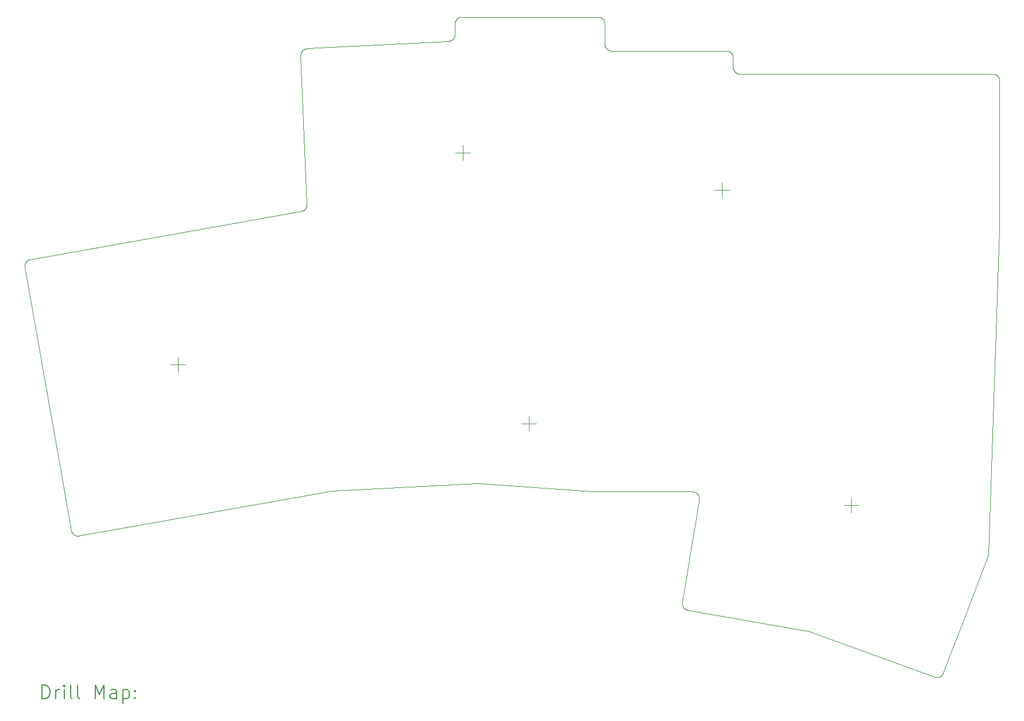
<source format=gbr>
%TF.GenerationSoftware,KiCad,Pcbnew,9.0.7-1.fc43*%
%TF.CreationDate,2026-02-09T10:56:25+11:00*%
%TF.ProjectId,BB36-base,42423336-2d62-4617-9365-2e6b69636164,rev?*%
%TF.SameCoordinates,Original*%
%TF.FileFunction,Drillmap*%
%TF.FilePolarity,Positive*%
%FSLAX45Y45*%
G04 Gerber Fmt 4.5, Leading zero omitted, Abs format (unit mm)*
G04 Created by KiCad (PCBNEW 9.0.7-1.fc43) date 2026-02-09 10:56:25*
%MOMM*%
%LPD*%
G01*
G04 APERTURE LIST*
%ADD10C,0.050000*%
%ADD11C,0.049999*%
%ADD12C,0.099999*%
%ADD13C,0.200000*%
G04 APERTURE END LIST*
D10*
X19911578Y-7564920D02*
X19747839Y-12362879D01*
D11*
X6224190Y-12006379D02*
X6224200Y-12006379D01*
X9606889Y-5004830D02*
X9606890Y-5004830D01*
X16081578Y-5274920D02*
X16081576Y-5274920D01*
X18953439Y-14168510D02*
X18953448Y-14168499D01*
X15481579Y-11566319D02*
X15481579Y-11566320D01*
X13915098Y-11434919D02*
X13915099Y-11434919D01*
X10075479Y-11425999D02*
X10075479Y-11426000D01*
D12*
X12976579Y-10544920D02*
X12976579Y-10324919D01*
X7796580Y-9669920D02*
X7796580Y-9449919D01*
X7686580Y-9559919D02*
X7906580Y-9559919D01*
X12866579Y-10434919D02*
X13086579Y-10434919D01*
X15711579Y-6984920D02*
X15931579Y-6984920D01*
X17721579Y-11744920D02*
X17721579Y-11524919D01*
X11891579Y-6434920D02*
X12111579Y-6434920D01*
X15821580Y-7094920D02*
X15821580Y-6874920D01*
X17611578Y-11634919D02*
X17831578Y-11634919D01*
X12001579Y-6544920D02*
X12001579Y-6324920D01*
D11*
X12205479Y-11315240D02*
X10087759Y-11424600D01*
X6265352Y-12070942D02*
X6266087Y-12071452D01*
X6266827Y-12071955D01*
X6267571Y-12072451D01*
X6268320Y-12072940D01*
X6269073Y-12073423D01*
X6269830Y-12073899D01*
X6270591Y-12074368D01*
X6271356Y-12074830D01*
X6272125Y-12075286D01*
X6272899Y-12075734D01*
X6273676Y-12076176D01*
X6274457Y-12076610D01*
X6275242Y-12077038D01*
X6276031Y-12077459D01*
X6276824Y-12077872D01*
X6277620Y-12078278D01*
X6278420Y-12078677D01*
X6279223Y-12079070D01*
X6280030Y-12079454D01*
X6280841Y-12079832D01*
X6281654Y-12080202D01*
X6282471Y-12080565D01*
X6283291Y-12080921D01*
X6284115Y-12081270D01*
X6284941Y-12081611D01*
X6285771Y-12081944D01*
X6286603Y-12082270D01*
X6287439Y-12082589D01*
X6288277Y-12082901D01*
X6289118Y-12083204D01*
X6289962Y-12083501D01*
X6290808Y-12083789D01*
X6291657Y-12084071D01*
X6292509Y-12084344D01*
X6293363Y-12084610D01*
X6294219Y-12084868D01*
X6295078Y-12085119D01*
X6295939Y-12085362D01*
X6296802Y-12085597D01*
X6297667Y-12085825D01*
X6298534Y-12086045D01*
X6299403Y-12086257D01*
X6300274Y-12086461D01*
X6301146Y-12086657D01*
X6301583Y-12086753D01*
X6302021Y-12086846D01*
X6302459Y-12086938D01*
X6302897Y-12087027D01*
X6303335Y-12087114D01*
X6303775Y-12087200D01*
X6304214Y-12087283D01*
X6304654Y-12087365D01*
X6305094Y-12087445D01*
X6305534Y-12087522D01*
X6305975Y-12087598D01*
X6306416Y-12087672D01*
X6306858Y-12087743D01*
X6307300Y-12087813D01*
X6307742Y-12087881D01*
X6308184Y-12087947D01*
X6308627Y-12088011D01*
X6309070Y-12088072D01*
X6309513Y-12088132D01*
X6309957Y-12088190D01*
X6310400Y-12088246D01*
X6310844Y-12088300D01*
X6311289Y-12088352D01*
X6311733Y-12088402D01*
X6312178Y-12088450D01*
X6312623Y-12088496D01*
X6313068Y-12088540D01*
X6313513Y-12088582D01*
X6313958Y-12088622D01*
X6314404Y-12088660D01*
X6314850Y-12088696D01*
X6315296Y-12088730D01*
X6315742Y-12088762D01*
X6316188Y-12088792D01*
X6316634Y-12088820D01*
X6317081Y-12088846D01*
X6317527Y-12088870D01*
X6317974Y-12088892D01*
X6318421Y-12088912D01*
X6318868Y-12088930D01*
X6319314Y-12088946D01*
X6319761Y-12088960D01*
X6320208Y-12088972D01*
X6320656Y-12088982D01*
X6321103Y-12088990D01*
X6321550Y-12088996D01*
X6321997Y-12089000D01*
X6322444Y-12089002D01*
X6322891Y-12089002D01*
X6323339Y-12089000D01*
X6323786Y-12088996D01*
X6324233Y-12088990D01*
X6324680Y-12088982D01*
X6325127Y-12088972D01*
X6325574Y-12088960D01*
X6326021Y-12088946D01*
X6326468Y-12088930D01*
X6326915Y-12088912D01*
X6327361Y-12088892D01*
X6327808Y-12088870D01*
X6328255Y-12088846D01*
X6328701Y-12088820D01*
X6329147Y-12088792D01*
X6329594Y-12088762D01*
X6330040Y-12088730D01*
X6330486Y-12088696D01*
X6330931Y-12088660D01*
X6331377Y-12088622D01*
X6331822Y-12088582D01*
X6332268Y-12088540D01*
X6332713Y-12088496D01*
X6333158Y-12088450D01*
X6333602Y-12088402D01*
X6334047Y-12088352D01*
X6334491Y-12088301D01*
X6334935Y-12088247D01*
X6335379Y-12088191D01*
X6335823Y-12088133D01*
X6336266Y-12088073D01*
X6336709Y-12088011D01*
X6337152Y-12087947D01*
X6337595Y-12087882D01*
X6338037Y-12087814D01*
X6338479Y-12087744D01*
X6338921Y-12087672D01*
X6339363Y-12087598D01*
X6340110Y-12087469D01*
X6224200Y-12006379D02*
X6224359Y-12007259D01*
X6224526Y-12008138D01*
X6224701Y-12009015D01*
X6224884Y-12009891D01*
X6225075Y-12010765D01*
X6225273Y-12011636D01*
X6225479Y-12012506D01*
X6225693Y-12013375D01*
X6225915Y-12014241D01*
X6226144Y-12015105D01*
X6226381Y-12015967D01*
X6226626Y-12016826D01*
X6226879Y-12017684D01*
X6227139Y-12018539D01*
X6227407Y-12019392D01*
X6227682Y-12020242D01*
X6227965Y-12021090D01*
X6228255Y-12021936D01*
X6228554Y-12022778D01*
X6228859Y-12023619D01*
X6229172Y-12024456D01*
X6229493Y-12025290D01*
X6229821Y-12026122D01*
X6230157Y-12026951D01*
X6230500Y-12027776D01*
X6230850Y-12028599D01*
X6231208Y-12029418D01*
X6231573Y-12030235D01*
X6231945Y-12031048D01*
X6232324Y-12031857D01*
X6232711Y-12032664D01*
X6233105Y-12033466D01*
X6233506Y-12034266D01*
X6233915Y-12035061D01*
X6234330Y-12035853D01*
X6234753Y-12036642D01*
X6235182Y-12037426D01*
X6235619Y-12038207D01*
X6236062Y-12038983D01*
X6236513Y-12039756D01*
X6236970Y-12040525D01*
X6237435Y-12041289D01*
X6237906Y-12042050D01*
X6238384Y-12042806D01*
X6238625Y-12043182D01*
X6238868Y-12043558D01*
X6239113Y-12043932D01*
X6239359Y-12044305D01*
X6239608Y-12044677D01*
X6239857Y-12045048D01*
X6240109Y-12045418D01*
X6240362Y-12045787D01*
X6240617Y-12046155D01*
X6240873Y-12046521D01*
X6241131Y-12046887D01*
X6241391Y-12047251D01*
X6241652Y-12047614D01*
X6241915Y-12047975D01*
X6242180Y-12048336D01*
X6242446Y-12048696D01*
X6242714Y-12049054D01*
X6242983Y-12049411D01*
X6243254Y-12049767D01*
X6243527Y-12050121D01*
X6243801Y-12050475D01*
X6244077Y-12050827D01*
X6244354Y-12051178D01*
X6244633Y-12051528D01*
X6244913Y-12051876D01*
X6245195Y-12052223D01*
X6245478Y-12052569D01*
X6245764Y-12052914D01*
X6246050Y-12053257D01*
X6246338Y-12053599D01*
X6246628Y-12053940D01*
X6246919Y-12054279D01*
X6247212Y-12054618D01*
X6247506Y-12054954D01*
X6247802Y-12055290D01*
X6248099Y-12055624D01*
X6248397Y-12055957D01*
X6248698Y-12056288D01*
X6248999Y-12056619D01*
X6249302Y-12056947D01*
X6249607Y-12057275D01*
X6249913Y-12057601D01*
X6250220Y-12057926D01*
X6250529Y-12058249D01*
X6250840Y-12058571D01*
X6251151Y-12058892D01*
X6251465Y-12059211D01*
X6251779Y-12059528D01*
X6252095Y-12059845D01*
X6252413Y-12060160D01*
X6252732Y-12060473D01*
X6253052Y-12060785D01*
X6253374Y-12061096D01*
X6253697Y-12061405D01*
X6254021Y-12061713D01*
X6254347Y-12062019D01*
X6254674Y-12062324D01*
X6255003Y-12062627D01*
X6255333Y-12062929D01*
X6255664Y-12063230D01*
X6255997Y-12063528D01*
X6256331Y-12063826D01*
X6256666Y-12064122D01*
X6257003Y-12064416D01*
X6257340Y-12064709D01*
X6257680Y-12065001D01*
X6258020Y-12065291D01*
X6258362Y-12065579D01*
X6258705Y-12065866D01*
X6259050Y-12066151D01*
X6259395Y-12066435D01*
X6259742Y-12066717D01*
X6260091Y-12066998D01*
X6260440Y-12067277D01*
X6260791Y-12067555D01*
X6261143Y-12067831D01*
X6261496Y-12068105D01*
X6261851Y-12068378D01*
X6262207Y-12068649D01*
X6262564Y-12068919D01*
X6262922Y-12069187D01*
X6263281Y-12069454D01*
X6263642Y-12069719D01*
X6264004Y-12069982D01*
X6264367Y-12070244D01*
X6264731Y-12070504D01*
X6265352Y-12070942D01*
X19747839Y-12362879D02*
X19387764Y-13306506D01*
X19081319Y-14109590D01*
X6224190Y-12006379D02*
X6062397Y-11089549D01*
X5538950Y-8123340D01*
X13908060Y-11434669D02*
X12217679Y-11315350D01*
X11881579Y-4690040D02*
X11881579Y-4534920D01*
X15381579Y-11434919D02*
X13915099Y-11434919D01*
X14120869Y-4905631D02*
X14121504Y-4906261D01*
X14122145Y-4906885D01*
X14122791Y-4907503D01*
X14123443Y-4908115D01*
X14124101Y-4908722D01*
X14124763Y-4909322D01*
X14125431Y-4909916D01*
X14126104Y-4910505D01*
X14126783Y-4911087D01*
X14127466Y-4911664D01*
X14128155Y-4912234D01*
X14128848Y-4912798D01*
X14129547Y-4913355D01*
X14130251Y-4913907D01*
X14130959Y-4914452D01*
X14131672Y-4914991D01*
X14132391Y-4915523D01*
X14133114Y-4916049D01*
X14133841Y-4916568D01*
X14134573Y-4917081D01*
X14135310Y-4917587D01*
X14136051Y-4918087D01*
X14136797Y-4918580D01*
X14137547Y-4919067D01*
X14138302Y-4919546D01*
X14139061Y-4920019D01*
X14139824Y-4920486D01*
X14140591Y-4920945D01*
X14141362Y-4921397D01*
X14142138Y-4921843D01*
X14142917Y-4922282D01*
X14143700Y-4922713D01*
X14144487Y-4923138D01*
X14145278Y-4923556D01*
X14146073Y-4923966D01*
X14146871Y-4924370D01*
X14147673Y-4924766D01*
X14148478Y-4925155D01*
X14149287Y-4925537D01*
X14150100Y-4925912D01*
X14150915Y-4926279D01*
X14151734Y-4926639D01*
X14152556Y-4926992D01*
X14153381Y-4927337D01*
X14153795Y-4927507D01*
X14154210Y-4927675D01*
X14154625Y-4927841D01*
X14155041Y-4928006D01*
X14155458Y-4928168D01*
X14155875Y-4928329D01*
X14156293Y-4928488D01*
X14156712Y-4928645D01*
X14157132Y-4928800D01*
X14157552Y-4928953D01*
X14157973Y-4929104D01*
X14158395Y-4929254D01*
X14158817Y-4929401D01*
X14159240Y-4929547D01*
X14159664Y-4929690D01*
X14160088Y-4929832D01*
X14160513Y-4929972D01*
X14160938Y-4930110D01*
X14161364Y-4930246D01*
X14161791Y-4930380D01*
X14162218Y-4930513D01*
X14162646Y-4930643D01*
X14163074Y-4930772D01*
X14163503Y-4930898D01*
X14163933Y-4931023D01*
X14164363Y-4931145D01*
X14164794Y-4931266D01*
X14165225Y-4931385D01*
X14165657Y-4931502D01*
X14166089Y-4931617D01*
X14166522Y-4931730D01*
X14166955Y-4931841D01*
X14167389Y-4931950D01*
X14167823Y-4932058D01*
X14168258Y-4932163D01*
X14168693Y-4932266D01*
X14169128Y-4932368D01*
X14169564Y-4932467D01*
X14170001Y-4932565D01*
X14170438Y-4932660D01*
X14170875Y-4932754D01*
X14171313Y-4932845D01*
X14171751Y-4932935D01*
X14172189Y-4933023D01*
X14172628Y-4933108D01*
X14173068Y-4933192D01*
X14173507Y-4933274D01*
X14173947Y-4933354D01*
X14174388Y-4933432D01*
X14174829Y-4933508D01*
X14175270Y-4933581D01*
X14175711Y-4933653D01*
X14176153Y-4933723D01*
X14176595Y-4933791D01*
X14177037Y-4933857D01*
X14177480Y-4933921D01*
X14177923Y-4933984D01*
X14178366Y-4934044D01*
X14178809Y-4934102D01*
X14179253Y-4934158D01*
X14179697Y-4934212D01*
X14180141Y-4934264D01*
X14180585Y-4934314D01*
X14181030Y-4934362D01*
X14181475Y-4934409D01*
X14181920Y-4934453D01*
X14182365Y-4934495D01*
X14182811Y-4934535D01*
X14183256Y-4934573D01*
X14183702Y-4934610D01*
X14184148Y-4934644D01*
X14184595Y-4934676D01*
X14185041Y-4934706D01*
X14185487Y-4934734D01*
X14185934Y-4934761D01*
X14186381Y-4934785D01*
X14186828Y-4934807D01*
X14187275Y-4934827D01*
X14187722Y-4934846D01*
X14188169Y-4934862D01*
X14188616Y-4934876D01*
X14189064Y-4934888D01*
X14189511Y-4934899D01*
X14189958Y-4934907D01*
X14190406Y-4934913D01*
X14190854Y-4934917D01*
X14191579Y-4934920D01*
X14091579Y-4834920D02*
X14091583Y-4835815D01*
X14091595Y-4836709D01*
X14091615Y-4837603D01*
X14091643Y-4838497D01*
X14091679Y-4839391D01*
X14091723Y-4840284D01*
X14091775Y-4841177D01*
X14091835Y-4842069D01*
X14091903Y-4842960D01*
X14091979Y-4843851D01*
X14092062Y-4844741D01*
X14092154Y-4845630D01*
X14092254Y-4846519D01*
X14092361Y-4847406D01*
X14092477Y-4848293D01*
X14092600Y-4849178D01*
X14092732Y-4850062D01*
X14092871Y-4850945D01*
X14093018Y-4851827D01*
X14093174Y-4852707D01*
X14093336Y-4853587D01*
X14093507Y-4854464D01*
X14093686Y-4855340D01*
X14093872Y-4856215D01*
X14094067Y-4857087D01*
X14094269Y-4857958D01*
X14094479Y-4858827D01*
X14094696Y-4859695D01*
X14094922Y-4860560D01*
X14095155Y-4861423D01*
X14095396Y-4862285D01*
X14095645Y-4863144D01*
X14095901Y-4864001D01*
X14096165Y-4864855D01*
X14096436Y-4865707D01*
X14096716Y-4866557D01*
X14097002Y-4867404D01*
X14097297Y-4868249D01*
X14097599Y-4869091D01*
X14097908Y-4869930D01*
X14098225Y-4870767D01*
X14098549Y-4871601D01*
X14098881Y-4872431D01*
X14099221Y-4873259D01*
X14099393Y-4873672D01*
X14099567Y-4874084D01*
X14099743Y-4874495D01*
X14099921Y-4874905D01*
X14100101Y-4875315D01*
X14100283Y-4875724D01*
X14100466Y-4876132D01*
X14100651Y-4876539D01*
X14100838Y-4876945D01*
X14101027Y-4877351D01*
X14101218Y-4877755D01*
X14101410Y-4878159D01*
X14101605Y-4878562D01*
X14101801Y-4878964D01*
X14101999Y-4879365D01*
X14102198Y-4879765D01*
X14102400Y-4880165D01*
X14102603Y-4880563D01*
X14102808Y-4880961D01*
X14103015Y-4881357D01*
X14103224Y-4881753D01*
X14103434Y-4882148D01*
X14103646Y-4882542D01*
X14103860Y-4882934D01*
X14104076Y-4883326D01*
X14104293Y-4883717D01*
X14104512Y-4884107D01*
X14104733Y-4884496D01*
X14104956Y-4884884D01*
X14105180Y-4885271D01*
X14105406Y-4885657D01*
X14105634Y-4886042D01*
X14105863Y-4886426D01*
X14106094Y-4886809D01*
X14106327Y-4887190D01*
X14106562Y-4887571D01*
X14106798Y-4887951D01*
X14107036Y-4888329D01*
X14107276Y-4888707D01*
X14107517Y-4889084D01*
X14107760Y-4889459D01*
X14108005Y-4889833D01*
X14108252Y-4890206D01*
X14108500Y-4890579D01*
X14108749Y-4890950D01*
X14109001Y-4891319D01*
X14109254Y-4891688D01*
X14109509Y-4892056D01*
X14109765Y-4892422D01*
X14110023Y-4892788D01*
X14110282Y-4893152D01*
X14110544Y-4893515D01*
X14110807Y-4893877D01*
X14111071Y-4894237D01*
X14111337Y-4894597D01*
X14111605Y-4894955D01*
X14111874Y-4895312D01*
X14112145Y-4895668D01*
X14112417Y-4896022D01*
X14112692Y-4896376D01*
X14112967Y-4896728D01*
X14113244Y-4897079D01*
X14113523Y-4897429D01*
X14113804Y-4897777D01*
X14114085Y-4898124D01*
X14114369Y-4898470D01*
X14114654Y-4898815D01*
X14114941Y-4899159D01*
X14115229Y-4899501D01*
X14115518Y-4899842D01*
X14115809Y-4900181D01*
X14116102Y-4900519D01*
X14116396Y-4900856D01*
X14116692Y-4901192D01*
X14116989Y-4901526D01*
X14117288Y-4901859D01*
X14117588Y-4902191D01*
X14117890Y-4902522D01*
X14118193Y-4902850D01*
X14118498Y-4903178D01*
X14118804Y-4903505D01*
X14119112Y-4903830D01*
X14119421Y-4904153D01*
X14119732Y-4904475D01*
X14120044Y-4904796D01*
X14120357Y-4905116D01*
X14120869Y-4905631D01*
X10075479Y-11425999D02*
X6340110Y-12087469D01*
X9701499Y-4899660D02*
X10747588Y-4844605D01*
X11786839Y-4789910D01*
X14191579Y-4934920D02*
X15881579Y-4934920D01*
X14062290Y-4464209D02*
X14061655Y-4463580D01*
X14061014Y-4462956D01*
X14060367Y-4462337D01*
X14059715Y-4461725D01*
X14059058Y-4461119D01*
X14058395Y-4460518D01*
X14057728Y-4459924D01*
X14057054Y-4459335D01*
X14056376Y-4458753D01*
X14055693Y-4458177D01*
X14055004Y-4457606D01*
X14054310Y-4457043D01*
X14053612Y-4456485D01*
X14052908Y-4455933D01*
X14052199Y-4455388D01*
X14051486Y-4454850D01*
X14050768Y-4454317D01*
X14050045Y-4453791D01*
X14049317Y-4453272D01*
X14048585Y-4452759D01*
X14047848Y-4452253D01*
X14047107Y-4451753D01*
X14046361Y-4451260D01*
X14045611Y-4450773D01*
X14044857Y-4450294D01*
X14044098Y-4449821D01*
X14043335Y-4449355D01*
X14042568Y-4448895D01*
X14041796Y-4448443D01*
X14041021Y-4447997D01*
X14040242Y-4447559D01*
X14039458Y-4447127D01*
X14038671Y-4446702D01*
X14037880Y-4446285D01*
X14037086Y-4445874D01*
X14036287Y-4445471D01*
X14035485Y-4445074D01*
X14034680Y-4444685D01*
X14033871Y-4444303D01*
X14033059Y-4443929D01*
X14032243Y-4443561D01*
X14031424Y-4443201D01*
X14030602Y-4442848D01*
X14029777Y-4442503D01*
X14029363Y-4442333D01*
X14028949Y-4442165D01*
X14028534Y-4441999D01*
X14028118Y-4441834D01*
X14027701Y-4441672D01*
X14027283Y-4441511D01*
X14026865Y-4441352D01*
X14026446Y-4441195D01*
X14026027Y-4441040D01*
X14025606Y-4440887D01*
X14025185Y-4440736D01*
X14024764Y-4440587D01*
X14024342Y-4440439D01*
X14023919Y-4440294D01*
X14023495Y-4440150D01*
X14023071Y-4440008D01*
X14022646Y-4439868D01*
X14022220Y-4439730D01*
X14021794Y-4439594D01*
X14021368Y-4439460D01*
X14020940Y-4439327D01*
X14020513Y-4439197D01*
X14020084Y-4439069D01*
X14019655Y-4438942D01*
X14019226Y-4438817D01*
X14018795Y-4438695D01*
X14018365Y-4438574D01*
X14017934Y-4438455D01*
X14017502Y-4438338D01*
X14017070Y-4438223D01*
X14016637Y-4438110D01*
X14016204Y-4437999D01*
X14015770Y-4437890D01*
X14015336Y-4437783D01*
X14014901Y-4437677D01*
X14014466Y-4437574D01*
X14014030Y-4437473D01*
X14013594Y-4437373D01*
X14013158Y-4437276D01*
X14012721Y-4437180D01*
X14012283Y-4437086D01*
X14011846Y-4436995D01*
X14011408Y-4436905D01*
X14010969Y-4436817D01*
X14010530Y-4436732D01*
X14010091Y-4436648D01*
X14009651Y-4436566D01*
X14009211Y-4436486D01*
X14008771Y-4436408D01*
X14008330Y-4436333D01*
X14007889Y-4436259D01*
X14007448Y-4436187D01*
X14007006Y-4436117D01*
X14006564Y-4436049D01*
X14006122Y-4435983D01*
X14005679Y-4435919D01*
X14005236Y-4435857D01*
X14004793Y-4435796D01*
X14004349Y-4435738D01*
X14003906Y-4435682D01*
X14003462Y-4435628D01*
X14003017Y-4435576D01*
X14002573Y-4435526D01*
X14002128Y-4435478D01*
X14001684Y-4435432D01*
X14001238Y-4435387D01*
X14000793Y-4435345D01*
X14000348Y-4435305D01*
X13999902Y-4435267D01*
X13999456Y-4435231D01*
X13999010Y-4435196D01*
X13998564Y-4435164D01*
X13998118Y-4435134D01*
X13997671Y-4435106D01*
X13997225Y-4435079D01*
X13996778Y-4435055D01*
X13996331Y-4435033D01*
X13995884Y-4435013D01*
X13995437Y-4434994D01*
X13994990Y-4434978D01*
X13994542Y-4434964D01*
X13994095Y-4434952D01*
X13993648Y-4434941D01*
X13993200Y-4434933D01*
X13992753Y-4434927D01*
X13992305Y-4434923D01*
X13991579Y-4434920D01*
X14091579Y-4534920D02*
X14091575Y-4534025D01*
X14091563Y-4533131D01*
X14091543Y-4532237D01*
X14091515Y-4531343D01*
X14091479Y-4530449D01*
X14091435Y-4529556D01*
X14091384Y-4528663D01*
X14091324Y-4527771D01*
X14091256Y-4526880D01*
X14091180Y-4525989D01*
X14091096Y-4525099D01*
X14091004Y-4524210D01*
X14090905Y-4523321D01*
X14090797Y-4522434D01*
X14090681Y-4521547D01*
X14090558Y-4520662D01*
X14090427Y-4519778D01*
X14090287Y-4518895D01*
X14090140Y-4518013D01*
X14089985Y-4517133D01*
X14089822Y-4516254D01*
X14089651Y-4515376D01*
X14089473Y-4514500D01*
X14089286Y-4513626D01*
X14089092Y-4512753D01*
X14088890Y-4511882D01*
X14088680Y-4511013D01*
X14088462Y-4510145D01*
X14088237Y-4509280D01*
X14088003Y-4508417D01*
X14087763Y-4507555D01*
X14087514Y-4506696D01*
X14087258Y-4505839D01*
X14086994Y-4504985D01*
X14086722Y-4504133D01*
X14086443Y-4503283D01*
X14086156Y-4502436D01*
X14085862Y-4501591D01*
X14085560Y-4500749D01*
X14085250Y-4499910D01*
X14084933Y-4499073D01*
X14084609Y-4498239D01*
X14084277Y-4497409D01*
X14083938Y-4496581D01*
X14083766Y-4496168D01*
X14083591Y-4495756D01*
X14083415Y-4495345D01*
X14083237Y-4494935D01*
X14083057Y-4494525D01*
X14082876Y-4494116D01*
X14082692Y-4493708D01*
X14082507Y-4493301D01*
X14082320Y-4492895D01*
X14082131Y-4492489D01*
X14081941Y-4492085D01*
X14081748Y-4491681D01*
X14081554Y-4491278D01*
X14081358Y-4490876D01*
X14081160Y-4490475D01*
X14080960Y-4490075D01*
X14080759Y-4489675D01*
X14080555Y-4489277D01*
X14080350Y-4488879D01*
X14080143Y-4488483D01*
X14079935Y-4488087D01*
X14079725Y-4487692D01*
X14079512Y-4487299D01*
X14079299Y-4486906D01*
X14079083Y-4486514D01*
X14078866Y-4486123D01*
X14078646Y-4485733D01*
X14078426Y-4485344D01*
X14078203Y-4484956D01*
X14077979Y-4484569D01*
X14077753Y-4484183D01*
X14077525Y-4483798D01*
X14077295Y-4483414D01*
X14077064Y-4483032D01*
X14076831Y-4482650D01*
X14076597Y-4482269D01*
X14076360Y-4481889D01*
X14076122Y-4481511D01*
X14075883Y-4481133D01*
X14075641Y-4480757D01*
X14075398Y-4480381D01*
X14075153Y-4480007D01*
X14074907Y-4479634D01*
X14074659Y-4479262D01*
X14074409Y-4478891D01*
X14074158Y-4478521D01*
X14073905Y-4478152D01*
X14073650Y-4477784D01*
X14073394Y-4477418D01*
X14073136Y-4477053D01*
X14072876Y-4476688D01*
X14072615Y-4476325D01*
X14072352Y-4475964D01*
X14072088Y-4475603D01*
X14071821Y-4475244D01*
X14071554Y-4474885D01*
X14071285Y-4474528D01*
X14071014Y-4474172D01*
X14070741Y-4473818D01*
X14070467Y-4473464D01*
X14070191Y-4473112D01*
X14069914Y-4472761D01*
X14069635Y-4472411D01*
X14069355Y-4472063D01*
X14069073Y-4471716D01*
X14068790Y-4471370D01*
X14068505Y-4471025D01*
X14068218Y-4470682D01*
X14067930Y-4470340D01*
X14067640Y-4469999D01*
X14067349Y-4469659D01*
X14067056Y-4469321D01*
X14066762Y-4468984D01*
X14066466Y-4468648D01*
X14066169Y-4468314D01*
X14065870Y-4467981D01*
X14065570Y-4467649D01*
X14065268Y-4467319D01*
X14064965Y-4466990D01*
X14064660Y-4466662D01*
X14064354Y-4466336D01*
X14064047Y-4466011D01*
X14063737Y-4465687D01*
X14063427Y-4465365D01*
X14063115Y-4465044D01*
X14062801Y-4464724D01*
X14062290Y-4464209D01*
X15236109Y-13069139D02*
X15235959Y-13070029D01*
X15235817Y-13070920D01*
X15235682Y-13071812D01*
X15235556Y-13072703D01*
X15235438Y-13073595D01*
X15235328Y-13074488D01*
X15235226Y-13075380D01*
X15235132Y-13076273D01*
X15235045Y-13077166D01*
X15234967Y-13078060D01*
X15234897Y-13078953D01*
X15234835Y-13079846D01*
X15234781Y-13080740D01*
X15234735Y-13081633D01*
X15234697Y-13082526D01*
X15234667Y-13083419D01*
X15234645Y-13084312D01*
X15234631Y-13085205D01*
X15234625Y-13086098D01*
X15234627Y-13086990D01*
X15234637Y-13087882D01*
X15234655Y-13088774D01*
X15234680Y-13089665D01*
X15234714Y-13090555D01*
X15234756Y-13091446D01*
X15234806Y-13092335D01*
X15234864Y-13093224D01*
X15234930Y-13094112D01*
X15235003Y-13095000D01*
X15235085Y-13095887D01*
X15235175Y-13096773D01*
X15235272Y-13097658D01*
X15235378Y-13098542D01*
X15235491Y-13099425D01*
X15235612Y-13100307D01*
X15235742Y-13101188D01*
X15235879Y-13102068D01*
X15236024Y-13102947D01*
X15236177Y-13103824D01*
X15236338Y-13104700D01*
X15236506Y-13105575D01*
X15236683Y-13106448D01*
X15236867Y-13107320D01*
X15237060Y-13108190D01*
X15237260Y-13109059D01*
X15237468Y-13109925D01*
X15237683Y-13110790D01*
X15237907Y-13111654D01*
X15238138Y-13112515D01*
X15238377Y-13113374D01*
X15238624Y-13114232D01*
X15238878Y-13115087D01*
X15239140Y-13115940D01*
X15239410Y-13116791D01*
X15239688Y-13117640D01*
X15239973Y-13118486D01*
X15240266Y-13119330D01*
X15240566Y-13120172D01*
X15240874Y-13121010D01*
X15241190Y-13121847D01*
X15241513Y-13122680D01*
X15241843Y-13123511D01*
X15242181Y-13124339D01*
X15242527Y-13125165D01*
X15242880Y-13125987D01*
X15243240Y-13126806D01*
X15243608Y-13127622D01*
X15243983Y-13128435D01*
X15244365Y-13129245D01*
X15244755Y-13130051D01*
X15245152Y-13130854D01*
X15245556Y-13131654D01*
X15245967Y-13132450D01*
X15246386Y-13133242D01*
X15246811Y-13134031D01*
X15247244Y-13134816D01*
X15247684Y-13135597D01*
X15248130Y-13136375D01*
X15248584Y-13137148D01*
X15249045Y-13137918D01*
X15249512Y-13138683D01*
X15249987Y-13139444D01*
X15250468Y-13140202D01*
X15250956Y-13140954D01*
X15251450Y-13141703D01*
X15251951Y-13142447D01*
X15252459Y-13143186D01*
X15252974Y-13143921D01*
X15253234Y-13144287D01*
X15253495Y-13144652D01*
X15253758Y-13145015D01*
X15254022Y-13145378D01*
X15254289Y-13145739D01*
X15254556Y-13146099D01*
X15254826Y-13146457D01*
X15255097Y-13146815D01*
X15255369Y-13147171D01*
X15255644Y-13147526D01*
X15255919Y-13147880D01*
X15256197Y-13148233D01*
X15256475Y-13148584D01*
X15256756Y-13148934D01*
X15257038Y-13149283D01*
X15257321Y-13149630D01*
X15257606Y-13149977D01*
X15257893Y-13150322D01*
X15258181Y-13150665D01*
X15258471Y-13151008D01*
X15258762Y-13151349D01*
X15259054Y-13151688D01*
X15259348Y-13152027D01*
X15259644Y-13152364D01*
X15259941Y-13152700D01*
X15260240Y-13153034D01*
X15260540Y-13153367D01*
X15260841Y-13153699D01*
X15261144Y-13154029D01*
X15261449Y-13154358D01*
X15261755Y-13154686D01*
X15262062Y-13155012D01*
X15262371Y-13155336D01*
X15262681Y-13155660D01*
X15262993Y-13155982D01*
X15263306Y-13156302D01*
X15263620Y-13156621D01*
X15263936Y-13156939D01*
X15264253Y-13157255D01*
X15264572Y-13157570D01*
X15264892Y-13157883D01*
X15265213Y-13158195D01*
X15265536Y-13158506D01*
X15265860Y-13158815D01*
X15266185Y-13159122D01*
X15266512Y-13159428D01*
X15266840Y-13159733D01*
X15267169Y-13160036D01*
X15267500Y-13160337D01*
X15267832Y-13160637D01*
X15268165Y-13160935D01*
X15268500Y-13161232D01*
X15268836Y-13161528D01*
X15269173Y-13161822D01*
X15269512Y-13162114D01*
X15269852Y-13162405D01*
X15270193Y-13162694D01*
X15270535Y-13162982D01*
X15270878Y-13163268D01*
X15271223Y-13163552D01*
X15271569Y-13163835D01*
X15271917Y-13164117D01*
X15272265Y-13164397D01*
X15272615Y-13164675D01*
X15272966Y-13164951D01*
X15273318Y-13165227D01*
X15273671Y-13165500D01*
X15274026Y-13165772D01*
X15274381Y-13166042D01*
X15274738Y-13166311D01*
X15275096Y-13166577D01*
X15275455Y-13166843D01*
X15275816Y-13167106D01*
X15276177Y-13167368D01*
X15276540Y-13167629D01*
X15276904Y-13167888D01*
X15277268Y-13168145D01*
X15277635Y-13168400D01*
X15278002Y-13168654D01*
X15278370Y-13168906D01*
X15278739Y-13169156D01*
X15279110Y-13169405D01*
X15279481Y-13169652D01*
X15279854Y-13169898D01*
X15280227Y-13170141D01*
X15280602Y-13170383D01*
X15280978Y-13170623D01*
X15281354Y-13170862D01*
X15281732Y-13171099D01*
X15282111Y-13171334D01*
X15282491Y-13171567D01*
X15282872Y-13171799D01*
X15283254Y-13172029D01*
X15283637Y-13172257D01*
X15284021Y-13172484D01*
X15284406Y-13172709D01*
X15284792Y-13172932D01*
X15285179Y-13173153D01*
X15285567Y-13173373D01*
X15285956Y-13173590D01*
X15286345Y-13173806D01*
X15286736Y-13174021D01*
X15287128Y-13174233D01*
X15287521Y-13174444D01*
X15287914Y-13174653D01*
X15288309Y-13174860D01*
X15288704Y-13175066D01*
X15289101Y-13175269D01*
X15289498Y-13175471D01*
X15289896Y-13175671D01*
X15290295Y-13175870D01*
X15290695Y-13176066D01*
X15291096Y-13176261D01*
X15291498Y-13176454D01*
X15291901Y-13176645D01*
X15292304Y-13176834D01*
X15292709Y-13177022D01*
X15293114Y-13177207D01*
X15293520Y-13177391D01*
X15293927Y-13177573D01*
X15294335Y-13177754D01*
X15294744Y-13177932D01*
X15295153Y-13178109D01*
X15295563Y-13178284D01*
X15295974Y-13178457D01*
X15296386Y-13178628D01*
X15296799Y-13178797D01*
X15297213Y-13178964D01*
X15297627Y-13179130D01*
X15298042Y-13179294D01*
X15298458Y-13179456D01*
X15298874Y-13179616D01*
X15299292Y-13179774D01*
X15299710Y-13179931D01*
X15300129Y-13180085D01*
X15300549Y-13180238D01*
X15300969Y-13180389D01*
X15301390Y-13180538D01*
X15301812Y-13180685D01*
X15302235Y-13180830D01*
X15302658Y-13180973D01*
X15303083Y-13181115D01*
X15303507Y-13181254D01*
X15303933Y-13181392D01*
X15304359Y-13181528D01*
X15304786Y-13181662D01*
X15305214Y-13181794D01*
X15305642Y-13181924D01*
X15306071Y-13182053D01*
X15306501Y-13182179D01*
X15306931Y-13182304D01*
X15307363Y-13182427D01*
X15307794Y-13182547D01*
X15308227Y-13182666D01*
X15308660Y-13182783D01*
X15309094Y-13182898D01*
X15309528Y-13183012D01*
X15309963Y-13183123D01*
X15310399Y-13183232D01*
X15310835Y-13183340D01*
X15311272Y-13183446D01*
X15311710Y-13183549D01*
X15312148Y-13183651D01*
X15312587Y-13183751D01*
X15313026Y-13183849D01*
X15313466Y-13183945D01*
X15313906Y-13184039D01*
X15314348Y-13184131D01*
X15314790Y-13184222D01*
X15315232Y-13184310D01*
X15315675Y-13184396D01*
X15316119Y-13184481D01*
X15316563Y-13184563D01*
X15317008Y-13184644D01*
X15317319Y-13184699D01*
X9614450Y-7300340D02*
X9615336Y-7300179D01*
X9616220Y-7300010D01*
X9617102Y-7299834D01*
X9617981Y-7299650D01*
X9618859Y-7299458D01*
X9619734Y-7299259D01*
X9620607Y-7299052D01*
X9621477Y-7298838D01*
X9622345Y-7298615D01*
X9623210Y-7298385D01*
X9624073Y-7298148D01*
X9624934Y-7297903D01*
X9625792Y-7297650D01*
X9626647Y-7297390D01*
X9627499Y-7297122D01*
X9628349Y-7296847D01*
X9629196Y-7296564D01*
X9630041Y-7296274D01*
X9630882Y-7295976D01*
X9631721Y-7295671D01*
X9632556Y-7295358D01*
X9633389Y-7295038D01*
X9634218Y-7294711D01*
X9635045Y-7294376D01*
X9635868Y-7294034D01*
X9636689Y-7293684D01*
X9637506Y-7293328D01*
X9638319Y-7292964D01*
X9639130Y-7292592D01*
X9639937Y-7292214D01*
X9640740Y-7291828D01*
X9641540Y-7291435D01*
X9642337Y-7291035D01*
X9643129Y-7290627D01*
X9643919Y-7290213D01*
X9644704Y-7289791D01*
X9645486Y-7289363D01*
X9646264Y-7288927D01*
X9647038Y-7288485D01*
X9647808Y-7288035D01*
X9648575Y-7287579D01*
X9649337Y-7287115D01*
X9650095Y-7286645D01*
X9650849Y-7286168D01*
X9651599Y-7285684D01*
X9652344Y-7285193D01*
X9653086Y-7284696D01*
X9653823Y-7284192D01*
X9654555Y-7283681D01*
X9655283Y-7283164D01*
X9656006Y-7282640D01*
X9656725Y-7282109D01*
X9657439Y-7281572D01*
X9658149Y-7281029D01*
X9658853Y-7280479D01*
X9659553Y-7279923D01*
X9660248Y-7279360D01*
X9660938Y-7278791D01*
X9661623Y-7278216D01*
X9662303Y-7277635D01*
X9662978Y-7277047D01*
X9663648Y-7276454D01*
X9664312Y-7275854D01*
X9664971Y-7275248D01*
X9665625Y-7274637D01*
X9666273Y-7274019D01*
X9666916Y-7273396D01*
X9667554Y-7272767D01*
X9668186Y-7272132D01*
X9668812Y-7271492D01*
X9669432Y-7270846D01*
X9670047Y-7270194D01*
X9670656Y-7269537D01*
X9671259Y-7268874D01*
X9671857Y-7268206D01*
X9672448Y-7267532D01*
X9673033Y-7266854D01*
X9673613Y-7266170D01*
X9674186Y-7265481D01*
X9674753Y-7264786D01*
X9675314Y-7264087D01*
X9675592Y-7263736D01*
X9675868Y-7263383D01*
X9676143Y-7263029D01*
X9676416Y-7262674D01*
X9676688Y-7262317D01*
X9676958Y-7261960D01*
X9677227Y-7261601D01*
X9677494Y-7261241D01*
X9677759Y-7260880D01*
X9678023Y-7260517D01*
X9678285Y-7260154D01*
X9678545Y-7259789D01*
X9678804Y-7259423D01*
X9679061Y-7259056D01*
X9679317Y-7258688D01*
X9679571Y-7258319D01*
X9679823Y-7257948D01*
X9680073Y-7257577D01*
X9680322Y-7257204D01*
X9680570Y-7256830D01*
X9680815Y-7256456D01*
X9681059Y-7256080D01*
X9681301Y-7255703D01*
X9681542Y-7255325D01*
X9681780Y-7254946D01*
X9682017Y-7254566D01*
X9682253Y-7254185D01*
X9682486Y-7253802D01*
X9682718Y-7253419D01*
X9682948Y-7253035D01*
X9683177Y-7252650D01*
X9683404Y-7252264D01*
X9683629Y-7251876D01*
X9683852Y-7251488D01*
X9684073Y-7251099D01*
X9684293Y-7250709D01*
X9684511Y-7250318D01*
X9684727Y-7249926D01*
X9684942Y-7249533D01*
X9685154Y-7249139D01*
X9685365Y-7248744D01*
X9685574Y-7248349D01*
X9685782Y-7247952D01*
X9685987Y-7247555D01*
X9686191Y-7247156D01*
X9686393Y-7246757D01*
X9686593Y-7246357D01*
X9686791Y-7245956D01*
X9686988Y-7245554D01*
X9687183Y-7245151D01*
X9687376Y-7244748D01*
X9687567Y-7244343D01*
X9687756Y-7243938D01*
X9687943Y-7243532D01*
X9688129Y-7243125D01*
X9688313Y-7242718D01*
X9688495Y-7242309D01*
X9688675Y-7241900D01*
X9688853Y-7241490D01*
X9689029Y-7241079D01*
X9689204Y-7240668D01*
X9689377Y-7240256D01*
X9689547Y-7239843D01*
X9689716Y-7239429D01*
X9689883Y-7239015D01*
X9690049Y-7238600D01*
X9690212Y-7238184D01*
X9690373Y-7237767D01*
X9690533Y-7237350D01*
X9690691Y-7236932D01*
X9690846Y-7236514D01*
X9691000Y-7236094D01*
X9691152Y-7235675D01*
X9691302Y-7235254D01*
X9691451Y-7234833D01*
X9691597Y-7234411D01*
X9691741Y-7233989D01*
X9691884Y-7233565D01*
X9692025Y-7233142D01*
X9692163Y-7232717D01*
X9692300Y-7232293D01*
X9692435Y-7231867D01*
X9692568Y-7231441D01*
X9692699Y-7231014D01*
X9692828Y-7230587D01*
X9692956Y-7230160D01*
X9693081Y-7229731D01*
X9693204Y-7229302D01*
X9693326Y-7228873D01*
X9693445Y-7228443D01*
X9693563Y-7228013D01*
X9693678Y-7227582D01*
X9693792Y-7227151D01*
X9693904Y-7226719D01*
X9694014Y-7226286D01*
X9694122Y-7225853D01*
X9694227Y-7225420D01*
X9694331Y-7224986D01*
X9694433Y-7224552D01*
X9694534Y-7224117D01*
X9694632Y-7223682D01*
X9694728Y-7223246D01*
X9694822Y-7222810D01*
X9694914Y-7222374D01*
X9695005Y-7221937D01*
X9695093Y-7221500D01*
X9695179Y-7221062D01*
X9695264Y-7220624D01*
X9695346Y-7220185D01*
X9695427Y-7219746D01*
X9695505Y-7219307D01*
X9695582Y-7218867D01*
X9695657Y-7218428D01*
X9695729Y-7217987D01*
X9695800Y-7217547D01*
X9695869Y-7217105D01*
X9695935Y-7216664D01*
X9696000Y-7216222D01*
X9696063Y-7215780D01*
X9696124Y-7215338D01*
X9696182Y-7214895D01*
X9696239Y-7214452D01*
X9696294Y-7214009D01*
X9696347Y-7213566D01*
X9696398Y-7213122D01*
X9696447Y-7212678D01*
X9696494Y-7212233D01*
X9696538Y-7211789D01*
X9696581Y-7211344D01*
X9696622Y-7210899D01*
X9696661Y-7210453D01*
X9696698Y-7210008D01*
X9696733Y-7209562D01*
X9696766Y-7209116D01*
X9696797Y-7208669D01*
X9696826Y-7208223D01*
X9696853Y-7207776D01*
X9696878Y-7207329D01*
X9696901Y-7206882D01*
X9696922Y-7206434D01*
X9696941Y-7205987D01*
X9696958Y-7205539D01*
X9696974Y-7205091D01*
X9696987Y-7204643D01*
X9696998Y-7204195D01*
X9697007Y-7203746D01*
X9697014Y-7203298D01*
X9697019Y-7202849D01*
X9697022Y-7202400D01*
X9697023Y-7201951D01*
X9697022Y-7201502D01*
X9697019Y-7201053D01*
X9697014Y-7200603D01*
X9697007Y-7200154D01*
X9696998Y-7199704D01*
X9696987Y-7199254D01*
X9696974Y-7198805D01*
X9696959Y-7198354D01*
X9696942Y-7197904D01*
X9696923Y-7197454D01*
X9696880Y-7196560D01*
X16081578Y-5274920D02*
X19811578Y-5274920D01*
X15480109Y-11583389D02*
X15481579Y-11566320D01*
X11786839Y-4789910D02*
X11787740Y-4789858D01*
X11788639Y-4789799D01*
X11789537Y-4789731D01*
X11790434Y-4789656D01*
X11791329Y-4789573D01*
X11792223Y-4789482D01*
X11793115Y-4789383D01*
X11794006Y-4789276D01*
X11794896Y-4789161D01*
X11795783Y-4789039D01*
X11796669Y-4788909D01*
X11797554Y-4788770D01*
X11798437Y-4788624D01*
X11799318Y-4788471D01*
X11800197Y-4788309D01*
X11801074Y-4788140D01*
X11801950Y-4787962D01*
X11802823Y-4787777D01*
X11803695Y-4787585D01*
X11804564Y-4787384D01*
X11805432Y-4787176D01*
X11806297Y-4786960D01*
X11807161Y-4786737D01*
X11808022Y-4786505D01*
X11808880Y-4786267D01*
X11809737Y-4786020D01*
X11810591Y-4785766D01*
X11811443Y-4785504D01*
X11812292Y-4785234D01*
X11813139Y-4784957D01*
X11813983Y-4784673D01*
X11814825Y-4784381D01*
X11815664Y-4784081D01*
X11816500Y-4783774D01*
X11817334Y-4783459D01*
X11818164Y-4783137D01*
X11818992Y-4782807D01*
X11819817Y-4782470D01*
X11820639Y-4782126D01*
X11821458Y-4781774D01*
X11822274Y-4781414D01*
X11823086Y-4781048D01*
X11823896Y-4780674D01*
X11824702Y-4780293D01*
X11825504Y-4779904D01*
X11826304Y-4779509D01*
X11827100Y-4779106D01*
X11827892Y-4778695D01*
X11828681Y-4778278D01*
X11829466Y-4777854D01*
X11830248Y-4777422D01*
X11831026Y-4776984D01*
X11831799Y-4776538D01*
X11832570Y-4776086D01*
X11833336Y-4775626D01*
X11834098Y-4775160D01*
X11834856Y-4774686D01*
X11835610Y-4774206D01*
X11836360Y-4773719D01*
X11837105Y-4773225D01*
X11837847Y-4772725D01*
X11838583Y-4772217D01*
X11839316Y-4771704D01*
X11840044Y-4771183D01*
X11840767Y-4770656D01*
X11841486Y-4770122D01*
X11842200Y-4769582D01*
X11842910Y-4769036D01*
X11843614Y-4768483D01*
X11844314Y-4767924D01*
X11845009Y-4767358D01*
X11845699Y-4766786D01*
X11846383Y-4766208D01*
X11847063Y-4765624D01*
X11847737Y-4765033D01*
X11848407Y-4764437D01*
X11849071Y-4763835D01*
X11849729Y-4763226D01*
X11850383Y-4762612D01*
X11851030Y-4761992D01*
X11851673Y-4761366D01*
X11852309Y-4760735D01*
X11852940Y-4760097D01*
X11853566Y-4759454D01*
X11854185Y-4758806D01*
X11854493Y-4758480D01*
X11854799Y-4758152D01*
X11855104Y-4757823D01*
X11855407Y-4757493D01*
X11855709Y-4757161D01*
X11856009Y-4756828D01*
X11856308Y-4756493D01*
X11856605Y-4756158D01*
X11856901Y-4755821D01*
X11857195Y-4755482D01*
X11857488Y-4755143D01*
X11857779Y-4754802D01*
X11858069Y-4754459D01*
X11858357Y-4754116D01*
X11858644Y-4753771D01*
X11858929Y-4753425D01*
X11859212Y-4753078D01*
X11859494Y-4752729D01*
X11859775Y-4752379D01*
X11860054Y-4752028D01*
X11860331Y-4751676D01*
X11860606Y-4751322D01*
X11860880Y-4750968D01*
X11861153Y-4750612D01*
X11861424Y-4750255D01*
X11861693Y-4749896D01*
X11861961Y-4749537D01*
X11862227Y-4749176D01*
X11862491Y-4748814D01*
X11862754Y-4748451D01*
X11863015Y-4748087D01*
X11863274Y-4747722D01*
X11863532Y-4747356D01*
X11863788Y-4746988D01*
X11864043Y-4746619D01*
X11864296Y-4746250D01*
X11864547Y-4745879D01*
X11864796Y-4745507D01*
X11865044Y-4745134D01*
X11865290Y-4744760D01*
X11865535Y-4744385D01*
X11865777Y-4744008D01*
X11866018Y-4743631D01*
X11866258Y-4743253D01*
X11866495Y-4742874D01*
X11866731Y-4742493D01*
X11866965Y-4742112D01*
X11867198Y-4741729D01*
X11867428Y-4741346D01*
X11867657Y-4740961D01*
X11867885Y-4740576D01*
X11868110Y-4740190D01*
X11868334Y-4739802D01*
X11868556Y-4739414D01*
X11868776Y-4739025D01*
X11868994Y-4738634D01*
X11869211Y-4738243D01*
X11869426Y-4737851D01*
X11869639Y-4737458D01*
X11869851Y-4737064D01*
X11870060Y-4736670D01*
X11870268Y-4736274D01*
X11870474Y-4735877D01*
X11870678Y-4735480D01*
X11870881Y-4735081D01*
X11871081Y-4734682D01*
X11871280Y-4734282D01*
X11871477Y-4733881D01*
X11871672Y-4733479D01*
X11871865Y-4733076D01*
X11872057Y-4732673D01*
X11872247Y-4732269D01*
X11872434Y-4731863D01*
X11872621Y-4731457D01*
X11872805Y-4731051D01*
X11872987Y-4730643D01*
X11873168Y-4730235D01*
X11873346Y-4729826D01*
X11873523Y-4729416D01*
X11873698Y-4729005D01*
X11873871Y-4728594D01*
X11874043Y-4728182D01*
X11874212Y-4727769D01*
X11874379Y-4727356D01*
X11874545Y-4726941D01*
X11874709Y-4726526D01*
X11874871Y-4726111D01*
X11875031Y-4725694D01*
X11875189Y-4725277D01*
X11875345Y-4724859D01*
X11875500Y-4724441D01*
X11875652Y-4724022D01*
X11875803Y-4723602D01*
X11875952Y-4723181D01*
X11876098Y-4722760D01*
X11876243Y-4722338D01*
X11876386Y-4721916D01*
X11876528Y-4721493D01*
X11876667Y-4721070D01*
X11876804Y-4720645D01*
X11876940Y-4720220D01*
X11877073Y-4719795D01*
X11877205Y-4719369D01*
X11877334Y-4718942D01*
X11877462Y-4718515D01*
X11877588Y-4718087D01*
X11877712Y-4717659D01*
X11877834Y-4717230D01*
X11877954Y-4716801D01*
X11878072Y-4716371D01*
X11878189Y-4715940D01*
X11878303Y-4715509D01*
X11878415Y-4715078D01*
X11878526Y-4714645D01*
X11878634Y-4714213D01*
X11878741Y-4713780D01*
X11878845Y-4713346D01*
X11878948Y-4712912D01*
X11879049Y-4712477D01*
X11879148Y-4712042D01*
X11879244Y-4711607D01*
X11879339Y-4711171D01*
X11879432Y-4710734D01*
X11879523Y-4710297D01*
X11879612Y-4709860D01*
X11879699Y-4709422D01*
X11879785Y-4708984D01*
X11879868Y-4708545D01*
X11879949Y-4708106D01*
X11880028Y-4707667D01*
X11880106Y-4707227D01*
X11880181Y-4706786D01*
X11880254Y-4706346D01*
X11880326Y-4705904D01*
X11880395Y-4705463D01*
X11880463Y-4705021D01*
X11880528Y-4704579D01*
X11880592Y-4704136D01*
X11880653Y-4703693D01*
X11880713Y-4703250D01*
X11880771Y-4702806D01*
X11880826Y-4702362D01*
X11880880Y-4701918D01*
X11880932Y-4701473D01*
X11880981Y-4701028D01*
X11881029Y-4700582D01*
X11881075Y-4700137D01*
X11881119Y-4699691D01*
X11881161Y-4699244D01*
X11881200Y-4698798D01*
X11881238Y-4698351D01*
X11881274Y-4697903D01*
X11881308Y-4697456D01*
X11881340Y-4697008D01*
X11881370Y-4696560D01*
X11881398Y-4696111D01*
X11881424Y-4695663D01*
X11881448Y-4695214D01*
X11881469Y-4694765D01*
X11881489Y-4694315D01*
X11881507Y-4693866D01*
X11881523Y-4693416D01*
X11881537Y-4692965D01*
X11881549Y-4692515D01*
X11881559Y-4692064D01*
X11881567Y-4691613D01*
X11881573Y-4691162D01*
X11881577Y-4690711D01*
X11881579Y-4690040D01*
X11910869Y-4464209D02*
X11910239Y-4464845D01*
X11909615Y-4465486D01*
X11908997Y-4466132D01*
X11908384Y-4466784D01*
X11907778Y-4467441D01*
X11907177Y-4468104D01*
X11906583Y-4468772D01*
X11905995Y-4469445D01*
X11905412Y-4470123D01*
X11904836Y-4470807D01*
X11904266Y-4471495D01*
X11903702Y-4472189D01*
X11903144Y-4472888D01*
X11902593Y-4473591D01*
X11902048Y-4474300D01*
X11901509Y-4475013D01*
X11900977Y-4475731D01*
X11900451Y-4476454D01*
X11899931Y-4477182D01*
X11899418Y-4477914D01*
X11898912Y-4478651D01*
X11898412Y-4479392D01*
X11897919Y-4480138D01*
X11897433Y-4480888D01*
X11896953Y-4481643D01*
X11896480Y-4482402D01*
X11896014Y-4483165D01*
X11895555Y-4483932D01*
X11895102Y-4484703D01*
X11894657Y-4485478D01*
X11894218Y-4486258D01*
X11893786Y-4487041D01*
X11893362Y-4487828D01*
X11892944Y-4488619D01*
X11892533Y-4489414D01*
X11892130Y-4490212D01*
X11891734Y-4491014D01*
X11891345Y-4491819D01*
X11890963Y-4492628D01*
X11890588Y-4493440D01*
X11890221Y-4494256D01*
X11889860Y-4495075D01*
X11889508Y-4495897D01*
X11889162Y-4496722D01*
X11888992Y-4497136D01*
X11888824Y-4497551D01*
X11888658Y-4497966D01*
X11888494Y-4498382D01*
X11888331Y-4498799D01*
X11888171Y-4499216D01*
X11888012Y-4499634D01*
X11887855Y-4500053D01*
X11887700Y-4500473D01*
X11887547Y-4500893D01*
X11887395Y-4501314D01*
X11887246Y-4501736D01*
X11887098Y-4502158D01*
X11886953Y-4502581D01*
X11886809Y-4503004D01*
X11886667Y-4503429D01*
X11886527Y-4503853D01*
X11886389Y-4504279D01*
X11886253Y-4504705D01*
X11886119Y-4505132D01*
X11885987Y-4505559D01*
X11885856Y-4505987D01*
X11885728Y-4506415D01*
X11885601Y-4506844D01*
X11885477Y-4507274D01*
X11885354Y-4507704D01*
X11885233Y-4508135D01*
X11885114Y-4508566D01*
X11884997Y-4508997D01*
X11884882Y-4509430D01*
X11884769Y-4509862D01*
X11884658Y-4510296D01*
X11884549Y-4510729D01*
X11884442Y-4511164D01*
X11884337Y-4511598D01*
X11884233Y-4512033D01*
X11884132Y-4512469D01*
X11884032Y-4512905D01*
X11883935Y-4513342D01*
X11883839Y-4513779D01*
X11883746Y-4514216D01*
X11883654Y-4514654D01*
X11883565Y-4515092D01*
X11883477Y-4515530D01*
X11883391Y-4515969D01*
X11883307Y-4516409D01*
X11883226Y-4516848D01*
X11883146Y-4517288D01*
X11883068Y-4517729D01*
X11882992Y-4518169D01*
X11882918Y-4518610D01*
X11882846Y-4519052D01*
X11882776Y-4519493D01*
X11882708Y-4519936D01*
X11882642Y-4520378D01*
X11882578Y-4520820D01*
X11882516Y-4521263D01*
X11882456Y-4521707D01*
X11882398Y-4522150D01*
X11882342Y-4522594D01*
X11882288Y-4523038D01*
X11882235Y-4523482D01*
X11882185Y-4523926D01*
X11882137Y-4524371D01*
X11882091Y-4524816D01*
X11882047Y-4525261D01*
X11882005Y-4525706D01*
X11881964Y-4526152D01*
X11881926Y-4526597D01*
X11881890Y-4527043D01*
X11881856Y-4527489D01*
X11881823Y-4527935D01*
X11881793Y-4528382D01*
X11881765Y-4528828D01*
X11881739Y-4529275D01*
X11881715Y-4529722D01*
X11881692Y-4530168D01*
X11881672Y-4530615D01*
X11881654Y-4531062D01*
X11881638Y-4531510D01*
X11881623Y-4531957D01*
X11881611Y-4532404D01*
X11881601Y-4532852D01*
X11881593Y-4533299D01*
X11881586Y-4533747D01*
X11881582Y-4534194D01*
X11881579Y-4534920D01*
X11981579Y-4434920D02*
X11980685Y-4434924D01*
X11979790Y-4434936D01*
X11978896Y-4434956D01*
X11978002Y-4434984D01*
X11977109Y-4435020D01*
X11976215Y-4435064D01*
X11975323Y-4435116D01*
X11974431Y-4435176D01*
X11973539Y-4435244D01*
X11972648Y-4435319D01*
X11971758Y-4435403D01*
X11970869Y-4435495D01*
X11969981Y-4435595D01*
X11969093Y-4435702D01*
X11968207Y-4435818D01*
X11967322Y-4435941D01*
X11966437Y-4436073D01*
X11965554Y-4436212D01*
X11964672Y-4436359D01*
X11963792Y-4436514D01*
X11962913Y-4436677D01*
X11962035Y-4436848D01*
X11961159Y-4437027D01*
X11960285Y-4437213D01*
X11959412Y-4437408D01*
X11958541Y-4437610D01*
X11957672Y-4437820D01*
X11956805Y-4438037D01*
X11955939Y-4438263D01*
X11955076Y-4438496D01*
X11954215Y-4438737D01*
X11953356Y-4438985D01*
X11952499Y-4439242D01*
X11951644Y-4439506D01*
X11950792Y-4439777D01*
X11949942Y-4440056D01*
X11949095Y-4440343D01*
X11948250Y-4440638D01*
X11947408Y-4440939D01*
X11946569Y-4441249D01*
X11945733Y-4441566D01*
X11944899Y-4441890D01*
X11944068Y-4442222D01*
X11943240Y-4442561D01*
X11942828Y-4442734D01*
X11942416Y-4442908D01*
X11942005Y-4443084D01*
X11941594Y-4443262D01*
X11941185Y-4443442D01*
X11940776Y-4443623D01*
X11940368Y-4443807D01*
X11939961Y-4443992D01*
X11939554Y-4444179D01*
X11939149Y-4444368D01*
X11938744Y-4444559D01*
X11938340Y-4444751D01*
X11937938Y-4444946D01*
X11937536Y-4445142D01*
X11937134Y-4445340D01*
X11936734Y-4445539D01*
X11936335Y-4445741D01*
X11935936Y-4445944D01*
X11935539Y-4446149D01*
X11935142Y-4446356D01*
X11934746Y-4446564D01*
X11934352Y-4446775D01*
X11933958Y-4446987D01*
X11933565Y-4447201D01*
X11933173Y-4447416D01*
X11932782Y-4447634D01*
X11932392Y-4447853D01*
X11932003Y-4448074D01*
X11931616Y-4448296D01*
X11931229Y-4448521D01*
X11930843Y-4448747D01*
X11930458Y-4448975D01*
X11930074Y-4449204D01*
X11929691Y-4449435D01*
X11929309Y-4449668D01*
X11928928Y-4449903D01*
X11928549Y-4450139D01*
X11928170Y-4450377D01*
X11927792Y-4450617D01*
X11927416Y-4450858D01*
X11927041Y-4451101D01*
X11926666Y-4451346D01*
X11926293Y-4451592D01*
X11925921Y-4451840D01*
X11925550Y-4452090D01*
X11925180Y-4452342D01*
X11924811Y-4452595D01*
X11924444Y-4452849D01*
X11924077Y-4453106D01*
X11923712Y-4453364D01*
X11923348Y-4453623D01*
X11922985Y-4453884D01*
X11922623Y-4454147D01*
X11922262Y-4454412D01*
X11921903Y-4454678D01*
X11921545Y-4454946D01*
X11921188Y-4455215D01*
X11920832Y-4455486D01*
X11920477Y-4455758D01*
X11920124Y-4456032D01*
X11919772Y-4456308D01*
X11919420Y-4456585D01*
X11919071Y-4456864D01*
X11918722Y-4457144D01*
X11918375Y-4457426D01*
X11918029Y-4457710D01*
X11917684Y-4457995D01*
X11917341Y-4458281D01*
X11916999Y-4458569D01*
X11916658Y-4458859D01*
X11916318Y-4459150D01*
X11915980Y-4459443D01*
X11915643Y-4459737D01*
X11915307Y-4460033D01*
X11914973Y-4460330D01*
X11914640Y-4460629D01*
X11914308Y-4460929D01*
X11913978Y-4461231D01*
X11913649Y-4461534D01*
X11913321Y-4461839D01*
X11912995Y-4462145D01*
X11912670Y-4462453D01*
X11912346Y-4462762D01*
X11912024Y-4463073D01*
X11911703Y-4463385D01*
X11911384Y-4463698D01*
X11910869Y-4464209D01*
X5620000Y-8007500D02*
X5619111Y-8007661D01*
X5618225Y-8007830D01*
X5617341Y-8008007D01*
X5616459Y-8008192D01*
X5615580Y-8008384D01*
X5614703Y-8008583D01*
X5613829Y-8008791D01*
X5612957Y-8009006D01*
X5612088Y-8009228D01*
X5611221Y-8009458D01*
X5610357Y-8009696D01*
X5609496Y-8009941D01*
X5608638Y-8010194D01*
X5607782Y-8010454D01*
X5606929Y-8010722D01*
X5606078Y-8010997D01*
X5605231Y-8011280D01*
X5604387Y-8011570D01*
X5603545Y-8011868D01*
X5602707Y-8012173D01*
X5601871Y-8012485D01*
X5601039Y-8012805D01*
X5600209Y-8013133D01*
X5599383Y-8013467D01*
X5598560Y-8013809D01*
X5597740Y-8014158D01*
X5596924Y-8014515D01*
X5596111Y-8014878D01*
X5595301Y-8015249D01*
X5594495Y-8015627D01*
X5593692Y-8016013D01*
X5592893Y-8016405D01*
X5592097Y-8016805D01*
X5591305Y-8017212D01*
X5590517Y-8017626D01*
X5589732Y-8018047D01*
X5588951Y-8018475D01*
X5588174Y-8018910D01*
X5587401Y-8019352D01*
X5586632Y-8019801D01*
X5585867Y-8020257D01*
X5585105Y-8020720D01*
X5584348Y-8021189D01*
X5583595Y-8021666D01*
X5582847Y-8022149D01*
X5582102Y-8022639D01*
X5581362Y-8023136D01*
X5580626Y-8023640D01*
X5579894Y-8024150D01*
X5579167Y-8024667D01*
X5578445Y-8025190D01*
X5577727Y-8025720D01*
X5577014Y-8026257D01*
X5576305Y-8026800D01*
X5575601Y-8027349D01*
X5574902Y-8027905D01*
X5574208Y-8028467D01*
X5573519Y-8029035D01*
X5572835Y-8029610D01*
X5572155Y-8030191D01*
X5571481Y-8030778D01*
X5570812Y-8031372D01*
X5570148Y-8031971D01*
X5569490Y-8032576D01*
X5568836Y-8033188D01*
X5568188Y-8033805D01*
X5567546Y-8034428D01*
X5566909Y-8035057D01*
X5566277Y-8035692D01*
X5565651Y-8036332D01*
X5565031Y-8036979D01*
X5564416Y-8037630D01*
X5563807Y-8038288D01*
X5563204Y-8038951D01*
X5562607Y-8039619D01*
X5562016Y-8040293D01*
X5561430Y-8040972D01*
X5560851Y-8041656D01*
X5560278Y-8042346D01*
X5559711Y-8043040D01*
X5559150Y-8043740D01*
X5558595Y-8044445D01*
X5558046Y-8045155D01*
X5557504Y-8045870D01*
X5556968Y-8046589D01*
X5556439Y-8047313D01*
X5555916Y-8048042D01*
X5555400Y-8048776D01*
X5555144Y-8049145D01*
X5554890Y-8049514D01*
X5554637Y-8049885D01*
X5554386Y-8050257D01*
X5554137Y-8050630D01*
X5553890Y-8051004D01*
X5553644Y-8051380D01*
X5553400Y-8051756D01*
X5553157Y-8052133D01*
X5552917Y-8052512D01*
X5552678Y-8052892D01*
X5552440Y-8053272D01*
X5552205Y-8053654D01*
X5551971Y-8054037D01*
X5551738Y-8054420D01*
X5551508Y-8054805D01*
X5551279Y-8055191D01*
X5551052Y-8055578D01*
X5550827Y-8055965D01*
X5550603Y-8056354D01*
X5550381Y-8056744D01*
X5550161Y-8057134D01*
X5549943Y-8057526D01*
X5549727Y-8057919D01*
X5549512Y-8058312D01*
X5549299Y-8058707D01*
X5549087Y-8059102D01*
X5548878Y-8059498D01*
X5548670Y-8059896D01*
X5548464Y-8060294D01*
X5548260Y-8060693D01*
X5548058Y-8061093D01*
X5547858Y-8061493D01*
X5547659Y-8061895D01*
X5547462Y-8062297D01*
X5547267Y-8062701D01*
X5547074Y-8063105D01*
X5546882Y-8063510D01*
X5546693Y-8063916D01*
X5546505Y-8064322D01*
X5546319Y-8064730D01*
X5546135Y-8065138D01*
X5545952Y-8065547D01*
X5545772Y-8065957D01*
X5545593Y-8066367D01*
X5545417Y-8066779D01*
X5545242Y-8067191D01*
X5545069Y-8067603D01*
X5544898Y-8068017D01*
X5544728Y-8068431D01*
X5544561Y-8068846D01*
X5544395Y-8069262D01*
X5544232Y-8069678D01*
X5544070Y-8070095D01*
X5543910Y-8070513D01*
X5543752Y-8070931D01*
X5543596Y-8071350D01*
X5543442Y-8071770D01*
X5543289Y-8072190D01*
X5543139Y-8072611D01*
X5542990Y-8073033D01*
X5542844Y-8073455D01*
X5542699Y-8073878D01*
X5542556Y-8074302D01*
X5542415Y-8074726D01*
X5542276Y-8075150D01*
X5542139Y-8075575D01*
X5542004Y-8076001D01*
X5541871Y-8076428D01*
X5541740Y-8076855D01*
X5541610Y-8077282D01*
X5541483Y-8077710D01*
X5541357Y-8078138D01*
X5541234Y-8078568D01*
X5541112Y-8078997D01*
X5540992Y-8079427D01*
X5540875Y-8079858D01*
X5540759Y-8080289D01*
X5540645Y-8080720D01*
X5540533Y-8081152D01*
X5540423Y-8081585D01*
X5540315Y-8082018D01*
X5540209Y-8082451D01*
X5540105Y-8082885D01*
X5540002Y-8083319D01*
X5539902Y-8083753D01*
X5539804Y-8084188D01*
X5539708Y-8084624D01*
X5539613Y-8085060D01*
X5539521Y-8085496D01*
X5539430Y-8085933D01*
X5539342Y-8086370D01*
X5539255Y-8086807D01*
X5539171Y-8087245D01*
X5539088Y-8087683D01*
X5539008Y-8088121D01*
X5538929Y-8088560D01*
X5538853Y-8088999D01*
X5538778Y-8089439D01*
X5538705Y-8089878D01*
X5538635Y-8090318D01*
X5538566Y-8090759D01*
X5538499Y-8091199D01*
X5538434Y-8091640D01*
X5538372Y-8092082D01*
X5538311Y-8092523D01*
X5538252Y-8092965D01*
X5538195Y-8093407D01*
X5538140Y-8093849D01*
X5538087Y-8094292D01*
X5538037Y-8094734D01*
X5537988Y-8095178D01*
X5537941Y-8095621D01*
X5537896Y-8096064D01*
X5537853Y-8096508D01*
X5537812Y-8096952D01*
X5537773Y-8097396D01*
X5537736Y-8097840D01*
X5537701Y-8098284D01*
X5537668Y-8098729D01*
X5537637Y-8099174D01*
X5537608Y-8099619D01*
X5537581Y-8100064D01*
X5537557Y-8100509D01*
X5537534Y-8100954D01*
X5537513Y-8101400D01*
X5537494Y-8101846D01*
X5537477Y-8102291D01*
X5537462Y-8102737D01*
X5537449Y-8103183D01*
X5537438Y-8103629D01*
X5537429Y-8104076D01*
X5537422Y-8104522D01*
X5537417Y-8104969D01*
X5537414Y-8105415D01*
X5537413Y-8105862D01*
X5537414Y-8106308D01*
X5537417Y-8106755D01*
X5537422Y-8107202D01*
X5537429Y-8107649D01*
X5537438Y-8108095D01*
X5537449Y-8108543D01*
X5537462Y-8108989D01*
X5537477Y-8109437D01*
X5537494Y-8109883D01*
X5537514Y-8110331D01*
X5537535Y-8110778D01*
X5537558Y-8111225D01*
X5537583Y-8111672D01*
X5537610Y-8112119D01*
X5537639Y-8112566D01*
X5537670Y-8113013D01*
X5537703Y-8113460D01*
X5537738Y-8113907D01*
X5537775Y-8114354D01*
X5537815Y-8114801D01*
X5537856Y-8115248D01*
X5537899Y-8115695D01*
X5537944Y-8116142D01*
X5537991Y-8116589D01*
X5538040Y-8117036D01*
X5538092Y-8117482D01*
X5538145Y-8117929D01*
X5538200Y-8118376D01*
X5538257Y-8118822D01*
X5538316Y-8119269D01*
X5538378Y-8119715D01*
X5538441Y-8120161D01*
X5538506Y-8120607D01*
X5538573Y-8121053D01*
X5538643Y-8121499D01*
X5538714Y-8121945D01*
X5538787Y-8122391D01*
X5538862Y-8122837D01*
X5538950Y-8123340D01*
X15452290Y-11464208D02*
X15451655Y-11463579D01*
X15451014Y-11462955D01*
X15450367Y-11462336D01*
X15449715Y-11461724D01*
X15449058Y-11461118D01*
X15448395Y-11460517D01*
X15447727Y-11459923D01*
X15447054Y-11459334D01*
X15446376Y-11458752D01*
X15445692Y-11458176D01*
X15445004Y-11457606D01*
X15444310Y-11457042D01*
X15443611Y-11456484D01*
X15442908Y-11455932D01*
X15442199Y-11455387D01*
X15441486Y-11454849D01*
X15440767Y-11454316D01*
X15440045Y-11453790D01*
X15439317Y-11453271D01*
X15438585Y-11452758D01*
X15437848Y-11452252D01*
X15437106Y-11451752D01*
X15436361Y-11451259D01*
X15435610Y-11450772D01*
X15434856Y-11450293D01*
X15434097Y-11449820D01*
X15433334Y-11449354D01*
X15432567Y-11448894D01*
X15431795Y-11448442D01*
X15431020Y-11447996D01*
X15430241Y-11447557D01*
X15429457Y-11447126D01*
X15428670Y-11446701D01*
X15427879Y-11446283D01*
X15427085Y-11445873D01*
X15426286Y-11445469D01*
X15425484Y-11445073D01*
X15424679Y-11444684D01*
X15423870Y-11444302D01*
X15423058Y-11443927D01*
X15422242Y-11443560D01*
X15421423Y-11443200D01*
X15420601Y-11442847D01*
X15419776Y-11442502D01*
X15419362Y-11442332D01*
X15418948Y-11442164D01*
X15418532Y-11441998D01*
X15418116Y-11441833D01*
X15417699Y-11441671D01*
X15417282Y-11441510D01*
X15416864Y-11441351D01*
X15416445Y-11441194D01*
X15416025Y-11441039D01*
X15415605Y-11440886D01*
X15415184Y-11440735D01*
X15414762Y-11440585D01*
X15414340Y-11440438D01*
X15413917Y-11440292D01*
X15413494Y-11440149D01*
X15413069Y-11440007D01*
X15412645Y-11439867D01*
X15412219Y-11439729D01*
X15411793Y-11439593D01*
X15411366Y-11439459D01*
X15410939Y-11439326D01*
X15410511Y-11439196D01*
X15410083Y-11439067D01*
X15409654Y-11438941D01*
X15409224Y-11438816D01*
X15408794Y-11438694D01*
X15408363Y-11438573D01*
X15407932Y-11438454D01*
X15407500Y-11438337D01*
X15407068Y-11438222D01*
X15406635Y-11438109D01*
X15406202Y-11437998D01*
X15405768Y-11437889D01*
X15405334Y-11437781D01*
X15404900Y-11437676D01*
X15404464Y-11437573D01*
X15404029Y-11437471D01*
X15403593Y-11437372D01*
X15403156Y-11437275D01*
X15402719Y-11437179D01*
X15402282Y-11437085D01*
X15401844Y-11436994D01*
X15401406Y-11436904D01*
X15400968Y-11436816D01*
X15400529Y-11436731D01*
X15400089Y-11436647D01*
X15399650Y-11436565D01*
X15399210Y-11436485D01*
X15398769Y-11436407D01*
X15398329Y-11436332D01*
X15397888Y-11436258D01*
X15397446Y-11436186D01*
X15397004Y-11436116D01*
X15396562Y-11436048D01*
X15396120Y-11435982D01*
X15395677Y-11435918D01*
X15395235Y-11435856D01*
X15394791Y-11435796D01*
X15394348Y-11435737D01*
X15393904Y-11435681D01*
X15393460Y-11435627D01*
X15393016Y-11435575D01*
X15392572Y-11435525D01*
X15392127Y-11435477D01*
X15391682Y-11435431D01*
X15391237Y-11435386D01*
X15390792Y-11435344D01*
X15390346Y-11435304D01*
X15389901Y-11435266D01*
X15389455Y-11435230D01*
X15389009Y-11435195D01*
X15388563Y-11435163D01*
X15388116Y-11435133D01*
X15387670Y-11435105D01*
X15387223Y-11435079D01*
X15386777Y-11435054D01*
X15386330Y-11435032D01*
X15385883Y-11435012D01*
X15385436Y-11434994D01*
X15384989Y-11434977D01*
X15384541Y-11434963D01*
X15384094Y-11434951D01*
X15383647Y-11434941D01*
X15383199Y-11434932D01*
X15382752Y-11434926D01*
X15382304Y-11434922D01*
X15381579Y-11434919D01*
X15481579Y-11534919D02*
X15481575Y-11534025D01*
X15481563Y-11533130D01*
X15481543Y-11532236D01*
X15481516Y-11531342D01*
X15481480Y-11530448D01*
X15481436Y-11529555D01*
X15481384Y-11528663D01*
X15481324Y-11527771D01*
X15481256Y-11526879D01*
X15481180Y-11525988D01*
X15481096Y-11525098D01*
X15481005Y-11524209D01*
X15480905Y-11523321D01*
X15480797Y-11522433D01*
X15480682Y-11521547D01*
X15480558Y-11520661D01*
X15480427Y-11519777D01*
X15480287Y-11518894D01*
X15480140Y-11518012D01*
X15479985Y-11517132D01*
X15479822Y-11516253D01*
X15479651Y-11515375D01*
X15479473Y-11514499D01*
X15479286Y-11513625D01*
X15479092Y-11512752D01*
X15478890Y-11511881D01*
X15478680Y-11511012D01*
X15478462Y-11510144D01*
X15478237Y-11509279D01*
X15478004Y-11508416D01*
X15477763Y-11507554D01*
X15477514Y-11506695D01*
X15477258Y-11505838D01*
X15476994Y-11504984D01*
X15476722Y-11504132D01*
X15476443Y-11503282D01*
X15476156Y-11502435D01*
X15475862Y-11501590D01*
X15475560Y-11500748D01*
X15475251Y-11499909D01*
X15474934Y-11499072D01*
X15474609Y-11498238D01*
X15474277Y-11497408D01*
X15473938Y-11496580D01*
X15473766Y-11496167D01*
X15473591Y-11495755D01*
X15473415Y-11495344D01*
X15473237Y-11494934D01*
X15473058Y-11494524D01*
X15472876Y-11494115D01*
X15472693Y-11493707D01*
X15472507Y-11493300D01*
X15472320Y-11492894D01*
X15472131Y-11492488D01*
X15471941Y-11492084D01*
X15471748Y-11491680D01*
X15471554Y-11491277D01*
X15471358Y-11490875D01*
X15471160Y-11490474D01*
X15470960Y-11490074D01*
X15470759Y-11489674D01*
X15470556Y-11489276D01*
X15470351Y-11488878D01*
X15470144Y-11488482D01*
X15469935Y-11488086D01*
X15469725Y-11487691D01*
X15469513Y-11487298D01*
X15469299Y-11486905D01*
X15469083Y-11486513D01*
X15468866Y-11486122D01*
X15468647Y-11485732D01*
X15468426Y-11485343D01*
X15468203Y-11484955D01*
X15467979Y-11484568D01*
X15467753Y-11484182D01*
X15467525Y-11483797D01*
X15467296Y-11483413D01*
X15467064Y-11483031D01*
X15466832Y-11482649D01*
X15466597Y-11482268D01*
X15466361Y-11481888D01*
X15466123Y-11481510D01*
X15465883Y-11481132D01*
X15465642Y-11480756D01*
X15465398Y-11480380D01*
X15465154Y-11480006D01*
X15464907Y-11479633D01*
X15464659Y-11479261D01*
X15464410Y-11478890D01*
X15464158Y-11478520D01*
X15463905Y-11478151D01*
X15463650Y-11477783D01*
X15463394Y-11477417D01*
X15463136Y-11477052D01*
X15462877Y-11476688D01*
X15462615Y-11476325D01*
X15462352Y-11475963D01*
X15462088Y-11475602D01*
X15461822Y-11475243D01*
X15461554Y-11474885D01*
X15461285Y-11474528D01*
X15461014Y-11474172D01*
X15460742Y-11473817D01*
X15460468Y-11473464D01*
X15460192Y-11473112D01*
X15459915Y-11472761D01*
X15459636Y-11472411D01*
X15459356Y-11472062D01*
X15459074Y-11471715D01*
X15458790Y-11471369D01*
X15458505Y-11471025D01*
X15458219Y-11470681D01*
X15457931Y-11470339D01*
X15457641Y-11469998D01*
X15457350Y-11469659D01*
X15457057Y-11469320D01*
X15456763Y-11468983D01*
X15456467Y-11468648D01*
X15456170Y-11468313D01*
X15455871Y-11467980D01*
X15455571Y-11467649D01*
X15455269Y-11467318D01*
X15454966Y-11466989D01*
X15454661Y-11466662D01*
X15454355Y-11466335D01*
X15454047Y-11466010D01*
X15453738Y-11465687D01*
X15453428Y-11465364D01*
X15453116Y-11465044D01*
X15452802Y-11464724D01*
X15452290Y-11464208D01*
X5620000Y-8007500D02*
X9614450Y-7300340D01*
X9696880Y-7196560D02*
X9606890Y-5004830D01*
X11981579Y-4434920D02*
X13991579Y-4434920D01*
X18953439Y-14168510D02*
X18064987Y-13845013D01*
X17132329Y-13505419D01*
X15481579Y-11566319D02*
X15481579Y-11534919D01*
X17132329Y-13505419D02*
X17115428Y-13500900D01*
X15981579Y-5034920D02*
X15981579Y-5174920D01*
X18953448Y-14168499D02*
X18954298Y-14168804D01*
X18955150Y-14169102D01*
X18956004Y-14169391D01*
X18956859Y-14169673D01*
X18957716Y-14169947D01*
X18958575Y-14170213D01*
X18959435Y-14170471D01*
X18960298Y-14170722D01*
X18961161Y-14170964D01*
X18962027Y-14171199D01*
X18962893Y-14171426D01*
X18963762Y-14171645D01*
X18964631Y-14171856D01*
X18965502Y-14172059D01*
X18966375Y-14172254D01*
X18967249Y-14172442D01*
X18968124Y-14172621D01*
X18969000Y-14172793D01*
X18969878Y-14172956D01*
X18970756Y-14173112D01*
X18971636Y-14173260D01*
X18972517Y-14173400D01*
X18973398Y-14173532D01*
X18974281Y-14173656D01*
X18975165Y-14173772D01*
X18976049Y-14173880D01*
X18976934Y-14173981D01*
X18977820Y-14174073D01*
X18978707Y-14174157D01*
X18979594Y-14174233D01*
X18980482Y-14174302D01*
X18981371Y-14174362D01*
X18982260Y-14174415D01*
X18983149Y-14174459D01*
X18984039Y-14174495D01*
X18984929Y-14174524D01*
X18985819Y-14174544D01*
X18986710Y-14174557D01*
X18987600Y-14174561D01*
X18988491Y-14174558D01*
X18989382Y-14174546D01*
X18990273Y-14174527D01*
X18991163Y-14174499D01*
X18992054Y-14174464D01*
X18992944Y-14174420D01*
X18993834Y-14174369D01*
X18994724Y-14174310D01*
X18995613Y-14174242D01*
X18996502Y-14174167D01*
X18997390Y-14174083D01*
X18998277Y-14173992D01*
X18999164Y-14173893D01*
X19000050Y-14173785D01*
X19000936Y-14173670D01*
X19001820Y-14173547D01*
X19002704Y-14173416D01*
X19003586Y-14173277D01*
X19004467Y-14173130D01*
X19005348Y-14172975D01*
X19006227Y-14172812D01*
X19007104Y-14172641D01*
X19007980Y-14172463D01*
X19008855Y-14172277D01*
X19009728Y-14172082D01*
X19010600Y-14171880D01*
X19011470Y-14171670D01*
X19012338Y-14171453D01*
X19013205Y-14171227D01*
X19014069Y-14170994D01*
X19014932Y-14170753D01*
X19015792Y-14170504D01*
X19016651Y-14170247D01*
X19017507Y-14169983D01*
X19018361Y-14169711D01*
X19019213Y-14169432D01*
X19020062Y-14169145D01*
X19020909Y-14168850D01*
X19021753Y-14168548D01*
X19022594Y-14168238D01*
X19023433Y-14167921D01*
X19024269Y-14167596D01*
X19025102Y-14167263D01*
X19025932Y-14166924D01*
X19026759Y-14166577D01*
X19027583Y-14166222D01*
X19028404Y-14165860D01*
X19029222Y-14165491D01*
X19030036Y-14165114D01*
X19030442Y-14164923D01*
X19030847Y-14164731D01*
X19031251Y-14164536D01*
X19031655Y-14164340D01*
X19032057Y-14164142D01*
X19032459Y-14163942D01*
X19032859Y-14163740D01*
X19033259Y-14163536D01*
X19033658Y-14163331D01*
X19034056Y-14163124D01*
X19034453Y-14162915D01*
X19034849Y-14162704D01*
X19035244Y-14162492D01*
X19035638Y-14162278D01*
X19036031Y-14162062D01*
X19036423Y-14161845D01*
X19036814Y-14161625D01*
X19037204Y-14161404D01*
X19037593Y-14161181D01*
X19037982Y-14160957D01*
X19038369Y-14160730D01*
X19038755Y-14160502D01*
X19039140Y-14160273D01*
X19039524Y-14160041D01*
X19039907Y-14159808D01*
X19040289Y-14159574D01*
X19040669Y-14159337D01*
X19041049Y-14159099D01*
X19041428Y-14158859D01*
X19041805Y-14158618D01*
X19042182Y-14158374D01*
X19042557Y-14158130D01*
X19042931Y-14157883D01*
X19043304Y-14157635D01*
X19043676Y-14157385D01*
X19044047Y-14157134D01*
X19044416Y-14156881D01*
X19044785Y-14156626D01*
X19045152Y-14156370D01*
X19045518Y-14156112D01*
X19045883Y-14155852D01*
X19046247Y-14155591D01*
X19046609Y-14155328D01*
X19046971Y-14155064D01*
X19047331Y-14154798D01*
X19047690Y-14154531D01*
X19048047Y-14154262D01*
X19048404Y-14153991D01*
X19048759Y-14153719D01*
X19049113Y-14153445D01*
X19049465Y-14153170D01*
X19049817Y-14152893D01*
X19050167Y-14152614D01*
X19050515Y-14152334D01*
X19050863Y-14152053D01*
X19051209Y-14151770D01*
X19051554Y-14151485D01*
X19051898Y-14151199D01*
X19052240Y-14150911D01*
X19052581Y-14150622D01*
X19052921Y-14150332D01*
X19053259Y-14150040D01*
X19053596Y-14149746D01*
X19053931Y-14149451D01*
X19054266Y-14149155D01*
X19054599Y-14148857D01*
X19054930Y-14148557D01*
X19055260Y-14148256D01*
X19055589Y-14147954D01*
X19055916Y-14147650D01*
X19056242Y-14147345D01*
X19056567Y-14147038D01*
X19056890Y-14146730D01*
X19057212Y-14146421D01*
X19057532Y-14146110D01*
X19057851Y-14145798D01*
X19058169Y-14145484D01*
X19058485Y-14145169D01*
X19058799Y-14144852D01*
X19059113Y-14144535D01*
X19059424Y-14144215D01*
X19059735Y-14143895D01*
X19060043Y-14143573D01*
X19060351Y-14143249D01*
X19060656Y-14142925D01*
X19060961Y-14142599D01*
X19061264Y-14142271D01*
X19061565Y-14141942D01*
X19061865Y-14141612D01*
X19062163Y-14141281D01*
X19062460Y-14140948D01*
X19062756Y-14140614D01*
X19063049Y-14140279D01*
X19063342Y-14139942D01*
X19063633Y-14139605D01*
X19063922Y-14139265D01*
X19064210Y-14138925D01*
X19064496Y-14138583D01*
X19064780Y-14138240D01*
X19065064Y-14137896D01*
X19065345Y-14137550D01*
X19065625Y-14137203D01*
X19065903Y-14136855D01*
X19066180Y-14136506D01*
X19066456Y-14136156D01*
X19066729Y-14135804D01*
X19067001Y-14135451D01*
X19067272Y-14135097D01*
X19067541Y-14134741D01*
X19067808Y-14134384D01*
X19068074Y-14134027D01*
X19068338Y-14133668D01*
X19068601Y-14133307D01*
X19068862Y-14132946D01*
X19069121Y-14132583D01*
X19069379Y-14132219D01*
X19069634Y-14131855D01*
X19069889Y-14131488D01*
X19070142Y-14131121D01*
X19070393Y-14130753D01*
X19070642Y-14130383D01*
X19070890Y-14130012D01*
X19071137Y-14129641D01*
X19071381Y-14129267D01*
X19071624Y-14128893D01*
X19071865Y-14128518D01*
X19072105Y-14128142D01*
X19072343Y-14127764D01*
X19072579Y-14127386D01*
X19072814Y-14127006D01*
X19073047Y-14126625D01*
X19073278Y-14126243D01*
X19073507Y-14125860D01*
X19073735Y-14125476D01*
X19073962Y-14125091D01*
X19074186Y-14124705D01*
X19074409Y-14124318D01*
X19074630Y-14123929D01*
X19074849Y-14123540D01*
X19075067Y-14123149D01*
X19075283Y-14122758D01*
X19075498Y-14122365D01*
X19075710Y-14121972D01*
X19075921Y-14121577D01*
X19076130Y-14121181D01*
X19076338Y-14120785D01*
X19076543Y-14120387D01*
X19076747Y-14119988D01*
X19076949Y-14119588D01*
X19077150Y-14119187D01*
X19077349Y-14118786D01*
X19077546Y-14118383D01*
X19077741Y-14117979D01*
X19077935Y-14117574D01*
X19078126Y-14117169D01*
X19078316Y-14116762D01*
X19078505Y-14116354D01*
X19078691Y-14115946D01*
X19078876Y-14115536D01*
X19079059Y-14115125D01*
X19079240Y-14114714D01*
X19079420Y-14114301D01*
X19079597Y-14113888D01*
X19079773Y-14113473D01*
X19079948Y-14113058D01*
X19080120Y-14112641D01*
X19080291Y-14112224D01*
X19080460Y-14111806D01*
X19080627Y-14111387D01*
X19080792Y-14110967D01*
X19080955Y-14110546D01*
X19081117Y-14110124D01*
X19081319Y-14109590D01*
X13908060Y-11434669D02*
X13915098Y-11434919D01*
X14091579Y-4534920D02*
X14091579Y-4834920D01*
X15981579Y-5174920D02*
X15981583Y-5175823D01*
X15981595Y-5176726D01*
X15981615Y-5177627D01*
X15981643Y-5178527D01*
X15981679Y-5179427D01*
X15981723Y-5180325D01*
X15981775Y-5181222D01*
X15981834Y-5182118D01*
X15981902Y-5183012D01*
X15981978Y-5183906D01*
X15982061Y-5184798D01*
X15982152Y-5185689D01*
X15982252Y-5186578D01*
X15982359Y-5187467D01*
X15982474Y-5188353D01*
X15982597Y-5189238D01*
X15982727Y-5190122D01*
X15982866Y-5191004D01*
X15983012Y-5191885D01*
X15983166Y-5192764D01*
X15983329Y-5193641D01*
X15983498Y-5194516D01*
X15983676Y-5195390D01*
X15983861Y-5196262D01*
X15984055Y-5197132D01*
X15984256Y-5198000D01*
X15984464Y-5198866D01*
X15984681Y-5199730D01*
X15984905Y-5200592D01*
X15985137Y-5201452D01*
X15985376Y-5202309D01*
X15985623Y-5203165D01*
X15985878Y-5204018D01*
X15986141Y-5204869D01*
X15986411Y-5205717D01*
X15986689Y-5206563D01*
X15986974Y-5207407D01*
X15987267Y-5208248D01*
X15987567Y-5209086D01*
X15987875Y-5209922D01*
X15988191Y-5210755D01*
X15988514Y-5211585D01*
X15988845Y-5212412D01*
X15989183Y-5213237D01*
X15989528Y-5214058D01*
X15989881Y-5214877D01*
X15990241Y-5215692D01*
X15990608Y-5216505D01*
X15990983Y-5217314D01*
X15991366Y-5218120D01*
X15991755Y-5218923D01*
X15992152Y-5219722D01*
X15992556Y-5220518D01*
X15992967Y-5221310D01*
X15993385Y-5222099D01*
X15993811Y-5222884D01*
X15994243Y-5223666D01*
X15994683Y-5224443D01*
X15995129Y-5225217D01*
X15995583Y-5225988D01*
X15996044Y-5226754D01*
X15996511Y-5227516D01*
X15996986Y-5228274D01*
X15997467Y-5229028D01*
X15997955Y-5229778D01*
X15998450Y-5230524D01*
X15998952Y-5231265D01*
X15999460Y-5232002D01*
X15999975Y-5232734D01*
X16000497Y-5233462D01*
X16001025Y-5234186D01*
X16001559Y-5234905D01*
X16002101Y-5235619D01*
X16002648Y-5236328D01*
X16003202Y-5237033D01*
X16003763Y-5237732D01*
X16004329Y-5238427D01*
X16004902Y-5239117D01*
X16005481Y-5239802D01*
X16006066Y-5240481D01*
X16006658Y-5241156D01*
X16007255Y-5241825D01*
X16007858Y-5242488D01*
X16008467Y-5243147D01*
X16009083Y-5243800D01*
X16009704Y-5244447D01*
X16010330Y-5245090D01*
X16010963Y-5245726D01*
X16011281Y-5246042D01*
X16011601Y-5246357D01*
X16011922Y-5246670D01*
X16012244Y-5246982D01*
X16012568Y-5247292D01*
X16012894Y-5247601D01*
X16013220Y-5247908D01*
X16013548Y-5248214D01*
X16013878Y-5248519D01*
X16014209Y-5248822D01*
X16014541Y-5249124D01*
X16014874Y-5249424D01*
X16015209Y-5249722D01*
X16015545Y-5250019D01*
X16015882Y-5250315D01*
X16016221Y-5250609D01*
X16016561Y-5250901D01*
X16016902Y-5251192D01*
X16017245Y-5251482D01*
X16017589Y-5251770D01*
X16017934Y-5252056D01*
X16018280Y-5252341D01*
X16018628Y-5252624D01*
X16018976Y-5252906D01*
X16019326Y-5253186D01*
X16019678Y-5253464D01*
X16020030Y-5253741D01*
X16020384Y-5254017D01*
X16020739Y-5254290D01*
X16021095Y-5254562D01*
X16021452Y-5254833D01*
X16021811Y-5255102D01*
X16022171Y-5255369D01*
X16022531Y-5255635D01*
X16022893Y-5255899D01*
X16023257Y-5256161D01*
X16023621Y-5256422D01*
X16023986Y-5256681D01*
X16024353Y-5256939D01*
X16024720Y-5257194D01*
X16025089Y-5257448D01*
X16025459Y-5257701D01*
X16025830Y-5257952D01*
X16026202Y-5258201D01*
X16026575Y-5258448D01*
X16026949Y-5258694D01*
X16027325Y-5258938D01*
X16027701Y-5259180D01*
X16028078Y-5259421D01*
X16028457Y-5259660D01*
X16028836Y-5259897D01*
X16029217Y-5260132D01*
X16029598Y-5260366D01*
X16029980Y-5260598D01*
X16030364Y-5260828D01*
X16030748Y-5261057D01*
X16031134Y-5261284D01*
X16031520Y-5261509D01*
X16031908Y-5261732D01*
X16032296Y-5261953D01*
X16032685Y-5262173D01*
X16033075Y-5262391D01*
X16033466Y-5262607D01*
X16033859Y-5262822D01*
X16034252Y-5263034D01*
X16034646Y-5263245D01*
X16035040Y-5263454D01*
X16035436Y-5263662D01*
X16035833Y-5263867D01*
X16036230Y-5264071D01*
X16036628Y-5264273D01*
X16037028Y-5264473D01*
X16037428Y-5264671D01*
X16037829Y-5264868D01*
X16038230Y-5265062D01*
X16038633Y-5265255D01*
X16039036Y-5265446D01*
X16039441Y-5265635D01*
X16039846Y-5265823D01*
X16040252Y-5266008D01*
X16040658Y-5266192D01*
X16041066Y-5266374D01*
X16041474Y-5266554D01*
X16041883Y-5266732D01*
X16042293Y-5266908D01*
X16042703Y-5267083D01*
X16043114Y-5267255D01*
X16043526Y-5267426D01*
X16043939Y-5267595D01*
X16044353Y-5267762D01*
X16044767Y-5267927D01*
X16045182Y-5268090D01*
X16045597Y-5268252D01*
X16046014Y-5268411D01*
X16046430Y-5268569D01*
X16046848Y-5268725D01*
X16047267Y-5268879D01*
X16047686Y-5269031D01*
X16048105Y-5269181D01*
X16048526Y-5269329D01*
X16048947Y-5269475D01*
X16049368Y-5269620D01*
X16049790Y-5269762D01*
X16050214Y-5269903D01*
X16050637Y-5270042D01*
X16051061Y-5270178D01*
X16051486Y-5270313D01*
X16051911Y-5270446D01*
X16052337Y-5270577D01*
X16052764Y-5270707D01*
X16053191Y-5270834D01*
X16053619Y-5270959D01*
X16054047Y-5271083D01*
X16054476Y-5271204D01*
X16054905Y-5271324D01*
X16055335Y-5271441D01*
X16055765Y-5271557D01*
X16056196Y-5271671D01*
X16056628Y-5271783D01*
X16057060Y-5271893D01*
X16057492Y-5272001D01*
X16057926Y-5272107D01*
X16058359Y-5272211D01*
X16058793Y-5272313D01*
X16059228Y-5272413D01*
X16059663Y-5272511D01*
X16060098Y-5272608D01*
X16060534Y-5272702D01*
X16060971Y-5272795D01*
X16061408Y-5272885D01*
X16061845Y-5272974D01*
X16062283Y-5273060D01*
X16062721Y-5273145D01*
X16063160Y-5273228D01*
X16063599Y-5273308D01*
X16064039Y-5273387D01*
X16064479Y-5273464D01*
X16064919Y-5273539D01*
X16065360Y-5273612D01*
X16065801Y-5273683D01*
X16066243Y-5273752D01*
X16066685Y-5273819D01*
X16067127Y-5273884D01*
X16067570Y-5273947D01*
X16068013Y-5274008D01*
X16068457Y-5274067D01*
X16068901Y-5274124D01*
X16069345Y-5274180D01*
X16069789Y-5274233D01*
X16070235Y-5274284D01*
X16070680Y-5274333D01*
X16071126Y-5274381D01*
X16071571Y-5274426D01*
X16072018Y-5274469D01*
X16072464Y-5274511D01*
X16072911Y-5274550D01*
X16073359Y-5274587D01*
X16073806Y-5274623D01*
X16074254Y-5274656D01*
X16074702Y-5274688D01*
X16075151Y-5274717D01*
X16075600Y-5274745D01*
X16076049Y-5274770D01*
X16076498Y-5274793D01*
X16076948Y-5274815D01*
X16077398Y-5274834D01*
X16077848Y-5274852D01*
X16078298Y-5274867D01*
X16078749Y-5274881D01*
X16079200Y-5274893D01*
X16079651Y-5274902D01*
X16080102Y-5274910D01*
X16080554Y-5274915D01*
X16081006Y-5274919D01*
X16081576Y-5274920D01*
X9632404Y-4932642D02*
X9631808Y-4933310D01*
X9631219Y-4933983D01*
X9630636Y-4934661D01*
X9630059Y-4935344D01*
X9629488Y-4936033D01*
X9628923Y-4936726D01*
X9628365Y-4937424D01*
X9627813Y-4938128D01*
X9627267Y-4938836D01*
X9626728Y-4939549D01*
X9626195Y-4940266D01*
X9625668Y-4940989D01*
X9625148Y-4941716D01*
X9624635Y-4942448D01*
X9624128Y-4943184D01*
X9623628Y-4943925D01*
X9623134Y-4944670D01*
X9622647Y-4945420D01*
X9622167Y-4946174D01*
X9621693Y-4946932D01*
X9621226Y-4947695D01*
X9620766Y-4948461D01*
X9620313Y-4949232D01*
X9619867Y-4950007D01*
X9619428Y-4950786D01*
X9618996Y-4951568D01*
X9618570Y-4952355D01*
X9618152Y-4953145D01*
X9617741Y-4953939D01*
X9617337Y-4954737D01*
X9616940Y-4955539D01*
X9616550Y-4956344D01*
X9616168Y-4957152D01*
X9615793Y-4957964D01*
X9615425Y-4958779D01*
X9615064Y-4959597D01*
X9614710Y-4960419D01*
X9614364Y-4961244D01*
X9614026Y-4962072D01*
X9613694Y-4962903D01*
X9613370Y-4963737D01*
X9613054Y-4964574D01*
X9612745Y-4965413D01*
X9612444Y-4966255D01*
X9612296Y-4966678D01*
X9612150Y-4967100D01*
X9612006Y-4967524D01*
X9611864Y-4967948D01*
X9611724Y-4968373D01*
X9611585Y-4968798D01*
X9611449Y-4969224D01*
X9611314Y-4969651D01*
X9611181Y-4970078D01*
X9611051Y-4970506D01*
X9610922Y-4970934D01*
X9610795Y-4971363D01*
X9610670Y-4971792D01*
X9610547Y-4972222D01*
X9610426Y-4972653D01*
X9610306Y-4973084D01*
X9610189Y-4973516D01*
X9610074Y-4973948D01*
X9609960Y-4974381D01*
X9609849Y-4974814D01*
X9609739Y-4975247D01*
X9609632Y-4975682D01*
X9609526Y-4976116D01*
X9609422Y-4976551D01*
X9609320Y-4976987D01*
X9609221Y-4977423D01*
X9609123Y-4977859D01*
X9609027Y-4978296D01*
X9608933Y-4978733D01*
X9608841Y-4979171D01*
X9608751Y-4979609D01*
X9608663Y-4980048D01*
X9608577Y-4980487D01*
X9608492Y-4980926D01*
X9608410Y-4981366D01*
X9608330Y-4981806D01*
X9608252Y-4982246D01*
X9608175Y-4982687D01*
X9608101Y-4983128D01*
X9608029Y-4983569D01*
X9607958Y-4984011D01*
X9607890Y-4984453D01*
X9607824Y-4984895D01*
X9607759Y-4985338D01*
X9607697Y-4985780D01*
X9607636Y-4986223D01*
X9607578Y-4986667D01*
X9607521Y-4987111D01*
X9607467Y-4987554D01*
X9607414Y-4987999D01*
X9607364Y-4988443D01*
X9607315Y-4988887D01*
X9607268Y-4989332D01*
X9607224Y-4989777D01*
X9607181Y-4990222D01*
X9607141Y-4990668D01*
X9607102Y-4991113D01*
X9607066Y-4991559D01*
X9607031Y-4992005D01*
X9606998Y-4992451D01*
X9606968Y-4992897D01*
X9606939Y-4993344D01*
X9606912Y-4993790D01*
X9606888Y-4994237D01*
X9606865Y-4994683D01*
X9606845Y-4995130D01*
X9606826Y-4995577D01*
X9606809Y-4996024D01*
X9606795Y-4996471D01*
X9606782Y-4996918D01*
X9606771Y-4997365D01*
X9606763Y-4997813D01*
X9606756Y-4998260D01*
X9606751Y-4998707D01*
X9606749Y-4999155D01*
X9606748Y-4999602D01*
X9606750Y-5000050D01*
X9606753Y-5000497D01*
X9606758Y-5000944D01*
X9606766Y-5001392D01*
X9606775Y-5001839D01*
X9606787Y-5002287D01*
X9606800Y-5002734D01*
X9606815Y-5003181D01*
X9606833Y-5003629D01*
X9606852Y-5004076D01*
X9606889Y-5004830D01*
X9701499Y-4899660D02*
X9700606Y-4899711D01*
X9699713Y-4899770D01*
X9698821Y-4899837D01*
X9697930Y-4899912D01*
X9697040Y-4899994D01*
X9696150Y-4900085D01*
X9695261Y-4900184D01*
X9694374Y-4900291D01*
X9693487Y-4900405D01*
X9692601Y-4900528D01*
X9691717Y-4900658D01*
X9690834Y-4900796D01*
X9689952Y-4900942D01*
X9689071Y-4901096D01*
X9688192Y-4901258D01*
X9687314Y-4901428D01*
X9686438Y-4901606D01*
X9685564Y-4901791D01*
X9684691Y-4901985D01*
X9683820Y-4902186D01*
X9682951Y-4902394D01*
X9682083Y-4902611D01*
X9681218Y-4902835D01*
X9680354Y-4903068D01*
X9679493Y-4903307D01*
X9678634Y-4903555D01*
X9677777Y-4903810D01*
X9676922Y-4904073D01*
X9676070Y-4904344D01*
X9675220Y-4904622D01*
X9674373Y-4904908D01*
X9673528Y-4905201D01*
X9672686Y-4905502D01*
X9671846Y-4905810D01*
X9671009Y-4906126D01*
X9670175Y-4906450D01*
X9669344Y-4906780D01*
X9668516Y-4907119D01*
X9667691Y-4907464D01*
X9666869Y-4907817D01*
X9666051Y-4908178D01*
X9665235Y-4908546D01*
X9664423Y-4908921D01*
X9663614Y-4909303D01*
X9663211Y-4909497D01*
X9662809Y-4909692D01*
X9662407Y-4909890D01*
X9662007Y-4910089D01*
X9661607Y-4910290D01*
X9661209Y-4910493D01*
X9660811Y-4910697D01*
X9660414Y-4910904D01*
X9660018Y-4911112D01*
X9659623Y-4911322D01*
X9659229Y-4911533D01*
X9658836Y-4911747D01*
X9658444Y-4911962D01*
X9658053Y-4912179D01*
X9657663Y-4912398D01*
X9657273Y-4912618D01*
X9656885Y-4912840D01*
X9656498Y-4913064D01*
X9656112Y-4913290D01*
X9655726Y-4913517D01*
X9655342Y-4913746D01*
X9654959Y-4913977D01*
X9654577Y-4914209D01*
X9654196Y-4914443D01*
X9653816Y-4914679D01*
X9653437Y-4914917D01*
X9653059Y-4915156D01*
X9652682Y-4915397D01*
X9652307Y-4915640D01*
X9651932Y-4915884D01*
X9651558Y-4916130D01*
X9651186Y-4916378D01*
X9650815Y-4916627D01*
X9650445Y-4916878D01*
X9650075Y-4917131D01*
X9649708Y-4917385D01*
X9649341Y-4917641D01*
X9648975Y-4917898D01*
X9648611Y-4918158D01*
X9648247Y-4918418D01*
X9647885Y-4918681D01*
X9647524Y-4918945D01*
X9647165Y-4919211D01*
X9646806Y-4919478D01*
X9646449Y-4919747D01*
X9646092Y-4920017D01*
X9645738Y-4920289D01*
X9645384Y-4920563D01*
X9645031Y-4920838D01*
X9644680Y-4921115D01*
X9644330Y-4921393D01*
X9643981Y-4921673D01*
X9643634Y-4921955D01*
X9643287Y-4922238D01*
X9642943Y-4922522D01*
X9642599Y-4922808D01*
X9642256Y-4923096D01*
X9641915Y-4923385D01*
X9641575Y-4923676D01*
X9641237Y-4923968D01*
X9640900Y-4924262D01*
X9640564Y-4924557D01*
X9640229Y-4924854D01*
X9639896Y-4925152D01*
X9639564Y-4925452D01*
X9639233Y-4925753D01*
X9638904Y-4926056D01*
X9638576Y-4926360D01*
X9638250Y-4926666D01*
X9637924Y-4926973D01*
X9637601Y-4927281D01*
X9637278Y-4927591D01*
X9636957Y-4927903D01*
X9636637Y-4928216D01*
X9636319Y-4928530D01*
X9636002Y-4928846D01*
X9635687Y-4929163D01*
X9635373Y-4929482D01*
X9635060Y-4929802D01*
X9634749Y-4930124D01*
X9634439Y-4930446D01*
X9634131Y-4930771D01*
X9633824Y-4931096D01*
X9633518Y-4931424D01*
X9633214Y-4931752D01*
X9632911Y-4932082D01*
X9632404Y-4932642D01*
X12217679Y-11315350D02*
X12205479Y-11315240D01*
X15236109Y-13069139D02*
X15364833Y-12285320D01*
X15480109Y-11583389D01*
X10087759Y-11424600D02*
X10075479Y-11426000D01*
X15952290Y-4964209D02*
X15951655Y-4963580D01*
X15951014Y-4962956D01*
X15950367Y-4962337D01*
X15949715Y-4961725D01*
X15949058Y-4961119D01*
X15948396Y-4960518D01*
X15947728Y-4959924D01*
X15947055Y-4959335D01*
X15946376Y-4958753D01*
X15945693Y-4958177D01*
X15945004Y-4957606D01*
X15944310Y-4957043D01*
X15943612Y-4956485D01*
X15942908Y-4955933D01*
X15942200Y-4955388D01*
X15941486Y-4954850D01*
X15940768Y-4954317D01*
X15940045Y-4953791D01*
X15939318Y-4953272D01*
X15938585Y-4952759D01*
X15937848Y-4952253D01*
X15937107Y-4951753D01*
X15936361Y-4951260D01*
X15935611Y-4950773D01*
X15934857Y-4950294D01*
X15934098Y-4949821D01*
X15933335Y-4949355D01*
X15932568Y-4948895D01*
X15931796Y-4948443D01*
X15931021Y-4947997D01*
X15930242Y-4947559D01*
X15929458Y-4947127D01*
X15928671Y-4946702D01*
X15927880Y-4946285D01*
X15927086Y-4945874D01*
X15926287Y-4945471D01*
X15925486Y-4945074D01*
X15924680Y-4944685D01*
X15923871Y-4944303D01*
X15923059Y-4943929D01*
X15922243Y-4943561D01*
X15921424Y-4943201D01*
X15920602Y-4942848D01*
X15919777Y-4942503D01*
X15919363Y-4942333D01*
X15918949Y-4942165D01*
X15918534Y-4941999D01*
X15918118Y-4941834D01*
X15917701Y-4941672D01*
X15917283Y-4941511D01*
X15916865Y-4941352D01*
X15916446Y-4941195D01*
X15916027Y-4941040D01*
X15915607Y-4940887D01*
X15915186Y-4940736D01*
X15914764Y-4940587D01*
X15914342Y-4940439D01*
X15913919Y-4940293D01*
X15913495Y-4940150D01*
X15913071Y-4940008D01*
X15912646Y-4939868D01*
X15912221Y-4939730D01*
X15911794Y-4939594D01*
X15911368Y-4939460D01*
X15910941Y-4939327D01*
X15910513Y-4939197D01*
X15910084Y-4939069D01*
X15909655Y-4938942D01*
X15909226Y-4938817D01*
X15908795Y-4938695D01*
X15908365Y-4938574D01*
X15907934Y-4938455D01*
X15907502Y-4938338D01*
X15907070Y-4938223D01*
X15906637Y-4938110D01*
X15906204Y-4937999D01*
X15905770Y-4937890D01*
X15905336Y-4937783D01*
X15904901Y-4937677D01*
X15904466Y-4937574D01*
X15904030Y-4937473D01*
X15903594Y-4937373D01*
X15903158Y-4937276D01*
X15902721Y-4937180D01*
X15902284Y-4937086D01*
X15901846Y-4936995D01*
X15901408Y-4936905D01*
X15900969Y-4936817D01*
X15900530Y-4936732D01*
X15900091Y-4936648D01*
X15899651Y-4936566D01*
X15899211Y-4936486D01*
X15898771Y-4936408D01*
X15898330Y-4936333D01*
X15897889Y-4936259D01*
X15897448Y-4936187D01*
X15897006Y-4936117D01*
X15896564Y-4936049D01*
X15896122Y-4935983D01*
X15895679Y-4935919D01*
X15895236Y-4935857D01*
X15894793Y-4935796D01*
X15894350Y-4935738D01*
X15893906Y-4935682D01*
X15893462Y-4935628D01*
X15893018Y-4935576D01*
X15892573Y-4935526D01*
X15892129Y-4935478D01*
X15891684Y-4935432D01*
X15891239Y-4935387D01*
X15890793Y-4935345D01*
X15890348Y-4935305D01*
X15889902Y-4935267D01*
X15889456Y-4935231D01*
X15889010Y-4935196D01*
X15888564Y-4935164D01*
X15888118Y-4935134D01*
X15887671Y-4935106D01*
X15887225Y-4935079D01*
X15886778Y-4935055D01*
X15886331Y-4935033D01*
X15885884Y-4935013D01*
X15885437Y-4934994D01*
X15884990Y-4934978D01*
X15884543Y-4934964D01*
X15884095Y-4934952D01*
X15883648Y-4934941D01*
X15883200Y-4934933D01*
X15882753Y-4934927D01*
X15882305Y-4934923D01*
X15881579Y-4934920D01*
X15981579Y-5034920D02*
X15981575Y-5034025D01*
X15981563Y-5033131D01*
X15981543Y-5032237D01*
X15981516Y-5031343D01*
X15981480Y-5030449D01*
X15981436Y-5029556D01*
X15981384Y-5028663D01*
X15981324Y-5027771D01*
X15981256Y-5026880D01*
X15981180Y-5025989D01*
X15981096Y-5025099D01*
X15981005Y-5024210D01*
X15980905Y-5023321D01*
X15980797Y-5022434D01*
X15980682Y-5021547D01*
X15980558Y-5020662D01*
X15980427Y-5019778D01*
X15980287Y-5018895D01*
X15980140Y-5018013D01*
X15979985Y-5017133D01*
X15979822Y-5016254D01*
X15979651Y-5015376D01*
X15979473Y-5014500D01*
X15979286Y-5013626D01*
X15979092Y-5012753D01*
X15978890Y-5011882D01*
X15978680Y-5011013D01*
X15978462Y-5010145D01*
X15978237Y-5009280D01*
X15978004Y-5008417D01*
X15977763Y-5007555D01*
X15977514Y-5006696D01*
X15977258Y-5005839D01*
X15976994Y-5004985D01*
X15976722Y-5004133D01*
X15976443Y-5003283D01*
X15976156Y-5002436D01*
X15975862Y-5001591D01*
X15975560Y-5000749D01*
X15975251Y-4999910D01*
X15974934Y-4999073D01*
X15974609Y-4998240D01*
X15974277Y-4997409D01*
X15973938Y-4996581D01*
X15973766Y-4996168D01*
X15973591Y-4995756D01*
X15973415Y-4995345D01*
X15973237Y-4994935D01*
X15973058Y-4994525D01*
X15972876Y-4994116D01*
X15972693Y-4993708D01*
X15972507Y-4993301D01*
X15972320Y-4992895D01*
X15972131Y-4992489D01*
X15971941Y-4992085D01*
X15971748Y-4991681D01*
X15971554Y-4991278D01*
X15971358Y-4990876D01*
X15971160Y-4990475D01*
X15970960Y-4990075D01*
X15970759Y-4989675D01*
X15970556Y-4989277D01*
X15970350Y-4988879D01*
X15970144Y-4988483D01*
X15969935Y-4988087D01*
X15969725Y-4987692D01*
X15969513Y-4987299D01*
X15969299Y-4986906D01*
X15969083Y-4986514D01*
X15968866Y-4986123D01*
X15968647Y-4985733D01*
X15968426Y-4985344D01*
X15968203Y-4984956D01*
X15967979Y-4984569D01*
X15967753Y-4984183D01*
X15967525Y-4983798D01*
X15967296Y-4983415D01*
X15967064Y-4983032D01*
X15966831Y-4982650D01*
X15966597Y-4982269D01*
X15966361Y-4981889D01*
X15966122Y-4981511D01*
X15965883Y-4981133D01*
X15965641Y-4980757D01*
X15965398Y-4980381D01*
X15965154Y-4980007D01*
X15964907Y-4979634D01*
X15964659Y-4979262D01*
X15964409Y-4978891D01*
X15964158Y-4978521D01*
X15963905Y-4978152D01*
X15963650Y-4977784D01*
X15963394Y-4977418D01*
X15963136Y-4977053D01*
X15962876Y-4976689D01*
X15962615Y-4976325D01*
X15962352Y-4975964D01*
X15962088Y-4975603D01*
X15961822Y-4975244D01*
X15961554Y-4974885D01*
X15961285Y-4974528D01*
X15961014Y-4974172D01*
X15960741Y-4973818D01*
X15960467Y-4973464D01*
X15960192Y-4973112D01*
X15959914Y-4972761D01*
X15959636Y-4972412D01*
X15959355Y-4972063D01*
X15959073Y-4971716D01*
X15958790Y-4971370D01*
X15958505Y-4971025D01*
X15958218Y-4970682D01*
X15957930Y-4970340D01*
X15957640Y-4969999D01*
X15957349Y-4969659D01*
X15957057Y-4969321D01*
X15956762Y-4968984D01*
X15956467Y-4968648D01*
X15956169Y-4968314D01*
X15955871Y-4967981D01*
X15955570Y-4967649D01*
X15955269Y-4967319D01*
X15954965Y-4966990D01*
X15954661Y-4966662D01*
X15954355Y-4966336D01*
X15954047Y-4966011D01*
X15953738Y-4965687D01*
X15953427Y-4965365D01*
X15953115Y-4965044D01*
X15952801Y-4964724D01*
X15952290Y-4964209D01*
X17115428Y-13500900D02*
X15317319Y-13184699D01*
X19911578Y-5374920D02*
X19911574Y-5374026D01*
X19911562Y-5373131D01*
X19911542Y-5372237D01*
X19911514Y-5371343D01*
X19911478Y-5370450D01*
X19911435Y-5369556D01*
X19911383Y-5368664D01*
X19911323Y-5367772D01*
X19911255Y-5366880D01*
X19911179Y-5365990D01*
X19911095Y-5365100D01*
X19911003Y-5364210D01*
X19910904Y-5363322D01*
X19910796Y-5362434D01*
X19910681Y-5361548D01*
X19910557Y-5360663D01*
X19910426Y-5359778D01*
X19910286Y-5358895D01*
X19910139Y-5358014D01*
X19909984Y-5357133D01*
X19909821Y-5356254D01*
X19909650Y-5355377D01*
X19909472Y-5354501D01*
X19909285Y-5353626D01*
X19909091Y-5352753D01*
X19908889Y-5351882D01*
X19908679Y-5351013D01*
X19908461Y-5350146D01*
X19908236Y-5349281D01*
X19908002Y-5348417D01*
X19907762Y-5347556D01*
X19907513Y-5346697D01*
X19907257Y-5345840D01*
X19906993Y-5344986D01*
X19906721Y-5344133D01*
X19906442Y-5343284D01*
X19906155Y-5342436D01*
X19905861Y-5341592D01*
X19905559Y-5340750D01*
X19905249Y-5339910D01*
X19904932Y-5339074D01*
X19904608Y-5338240D01*
X19904276Y-5337409D01*
X19903937Y-5336582D01*
X19903764Y-5336169D01*
X19903590Y-5335757D01*
X19903414Y-5335346D01*
X19903236Y-5334935D01*
X19903056Y-5334526D01*
X19902875Y-5334117D01*
X19902691Y-5333709D01*
X19902506Y-5333302D01*
X19902319Y-5332895D01*
X19902130Y-5332490D01*
X19901939Y-5332085D01*
X19901747Y-5331681D01*
X19901553Y-5331279D01*
X19901357Y-5330877D01*
X19901159Y-5330475D01*
X19900959Y-5330075D01*
X19900757Y-5329676D01*
X19900554Y-5329277D01*
X19900349Y-5328880D01*
X19900142Y-5328483D01*
X19899934Y-5328087D01*
X19899723Y-5327693D01*
X19899511Y-5327299D01*
X19899297Y-5326906D01*
X19899082Y-5326514D01*
X19898864Y-5326123D01*
X19898645Y-5325733D01*
X19898424Y-5325344D01*
X19898202Y-5324956D01*
X19897977Y-5324569D01*
X19897751Y-5324183D01*
X19897524Y-5323799D01*
X19897294Y-5323415D01*
X19897063Y-5323032D01*
X19896830Y-5322650D01*
X19896595Y-5322269D01*
X19896359Y-5321889D01*
X19896121Y-5321511D01*
X19895881Y-5321133D01*
X19895640Y-5320757D01*
X19895397Y-5320381D01*
X19895152Y-5320007D01*
X19894906Y-5319634D01*
X19894658Y-5319262D01*
X19894408Y-5318891D01*
X19894156Y-5318521D01*
X19893903Y-5318152D01*
X19893649Y-5317784D01*
X19893392Y-5317418D01*
X19893134Y-5317052D01*
X19892875Y-5316688D01*
X19892613Y-5316325D01*
X19892351Y-5315964D01*
X19892086Y-5315603D01*
X19891820Y-5315243D01*
X19891552Y-5314885D01*
X19891283Y-5314528D01*
X19891012Y-5314172D01*
X19890740Y-5313818D01*
X19890466Y-5313464D01*
X19890190Y-5313112D01*
X19889913Y-5312761D01*
X19889634Y-5312411D01*
X19889354Y-5312063D01*
X19889072Y-5311716D01*
X19888788Y-5311370D01*
X19888503Y-5311025D01*
X19888217Y-5310681D01*
X19887928Y-5310339D01*
X19887639Y-5309998D01*
X19887348Y-5309659D01*
X19887055Y-5309320D01*
X19886761Y-5308983D01*
X19886465Y-5308648D01*
X19886168Y-5308313D01*
X19885869Y-5307980D01*
X19885569Y-5307649D01*
X19885267Y-5307318D01*
X19884964Y-5306989D01*
X19884659Y-5306661D01*
X19884353Y-5306335D01*
X19884045Y-5306010D01*
X19883736Y-5305687D01*
X19883425Y-5305364D01*
X19883113Y-5305043D01*
X19882800Y-5304724D01*
X19882289Y-5304209D01*
X19911578Y-5374920D02*
X19911578Y-7564920D01*
X19882289Y-5304209D02*
X19881654Y-5303580D01*
X19881013Y-5302956D01*
X19880366Y-5302338D01*
X19879715Y-5301725D01*
X19879057Y-5301119D01*
X19878395Y-5300518D01*
X19877727Y-5299924D01*
X19877054Y-5299336D01*
X19876376Y-5298753D01*
X19875692Y-5298177D01*
X19875004Y-5297607D01*
X19874310Y-5297043D01*
X19873611Y-5296485D01*
X19872908Y-5295934D01*
X19872199Y-5295389D01*
X19871486Y-5294850D01*
X19870768Y-5294318D01*
X19870045Y-5293792D01*
X19869317Y-5293273D01*
X19868585Y-5292760D01*
X19867848Y-5292253D01*
X19867107Y-5291754D01*
X19866361Y-5291260D01*
X19865611Y-5290774D01*
X19864857Y-5290294D01*
X19864098Y-5289821D01*
X19863335Y-5289355D01*
X19862568Y-5288896D01*
X19861796Y-5288443D01*
X19861021Y-5287998D01*
X19860242Y-5287559D01*
X19859459Y-5287127D01*
X19858671Y-5286703D01*
X19857881Y-5286285D01*
X19857086Y-5285875D01*
X19856288Y-5285471D01*
X19855486Y-5285075D01*
X19854680Y-5284686D01*
X19853872Y-5284304D01*
X19853059Y-5283929D01*
X19852244Y-5283562D01*
X19851425Y-5283202D01*
X19850603Y-5282849D01*
X19849778Y-5282503D01*
X19849364Y-5282334D01*
X19848949Y-5282165D01*
X19848534Y-5281999D01*
X19848118Y-5281835D01*
X19847701Y-5281672D01*
X19847284Y-5281512D01*
X19846866Y-5281353D01*
X19846447Y-5281196D01*
X19846027Y-5281041D01*
X19845607Y-5280888D01*
X19845186Y-5280737D01*
X19844764Y-5280587D01*
X19844342Y-5280440D01*
X19843919Y-5280294D01*
X19843495Y-5280150D01*
X19843071Y-5280009D01*
X19842646Y-5279869D01*
X19842221Y-5279731D01*
X19841795Y-5279594D01*
X19841368Y-5279460D01*
X19840941Y-5279328D01*
X19840513Y-5279198D01*
X19840085Y-5279069D01*
X19839655Y-5278943D01*
X19839226Y-5278818D01*
X19838796Y-5278695D01*
X19838365Y-5278574D01*
X19837934Y-5278456D01*
X19837502Y-5278339D01*
X19837070Y-5278224D01*
X19836637Y-5278111D01*
X19836204Y-5277999D01*
X19835770Y-5277890D01*
X19835336Y-5277783D01*
X19834901Y-5277678D01*
X19834466Y-5277574D01*
X19834031Y-5277473D01*
X19833595Y-5277374D01*
X19833158Y-5277276D01*
X19832721Y-5277180D01*
X19832284Y-5277087D01*
X19831846Y-5276995D01*
X19831408Y-5276906D01*
X19830969Y-5276818D01*
X19830530Y-5276732D01*
X19830091Y-5276648D01*
X19829651Y-5276567D01*
X19829211Y-5276487D01*
X19828771Y-5276409D01*
X19828330Y-5276333D01*
X19827889Y-5276259D01*
X19827448Y-5276187D01*
X19827006Y-5276117D01*
X19826564Y-5276049D01*
X19826122Y-5275983D01*
X19825679Y-5275919D01*
X19825236Y-5275857D01*
X19824793Y-5275797D01*
X19824350Y-5275739D01*
X19823906Y-5275683D01*
X19823462Y-5275628D01*
X19823018Y-5275576D01*
X19822573Y-5275526D01*
X19822129Y-5275478D01*
X19821684Y-5275432D01*
X19821239Y-5275388D01*
X19820793Y-5275345D01*
X19820348Y-5275305D01*
X19819902Y-5275267D01*
X19819456Y-5275231D01*
X19819010Y-5275197D01*
X19818564Y-5275164D01*
X19818118Y-5275134D01*
X19817671Y-5275106D01*
X19817225Y-5275080D01*
X19816778Y-5275055D01*
X19816331Y-5275033D01*
X19815884Y-5275013D01*
X19815437Y-5274995D01*
X19814990Y-5274978D01*
X19814543Y-5274964D01*
X19814095Y-5274952D01*
X19813648Y-5274942D01*
X19813200Y-5274933D01*
X19812753Y-5274927D01*
X19812305Y-5274923D01*
X19811578Y-5274920D01*
D13*
X5795690Y-14488439D02*
X5795690Y-14288439D01*
X5795690Y-14288439D02*
X5843309Y-14288439D01*
X5843309Y-14288439D02*
X5871880Y-14297962D01*
X5871880Y-14297962D02*
X5890928Y-14317010D01*
X5890928Y-14317010D02*
X5900452Y-14336058D01*
X5900452Y-14336058D02*
X5909976Y-14374153D01*
X5909976Y-14374153D02*
X5909976Y-14402724D01*
X5909976Y-14402724D02*
X5900452Y-14440820D01*
X5900452Y-14440820D02*
X5890928Y-14459867D01*
X5890928Y-14459867D02*
X5871880Y-14478915D01*
X5871880Y-14478915D02*
X5843309Y-14488439D01*
X5843309Y-14488439D02*
X5795690Y-14488439D01*
X5995690Y-14488439D02*
X5995690Y-14355105D01*
X5995690Y-14393201D02*
X6005214Y-14374153D01*
X6005214Y-14374153D02*
X6014738Y-14364629D01*
X6014738Y-14364629D02*
X6033785Y-14355105D01*
X6033785Y-14355105D02*
X6052833Y-14355105D01*
X6119499Y-14488439D02*
X6119499Y-14355105D01*
X6119499Y-14288439D02*
X6109976Y-14297962D01*
X6109976Y-14297962D02*
X6119499Y-14307486D01*
X6119499Y-14307486D02*
X6129023Y-14297962D01*
X6129023Y-14297962D02*
X6119499Y-14288439D01*
X6119499Y-14288439D02*
X6119499Y-14307486D01*
X6243309Y-14488439D02*
X6224261Y-14478915D01*
X6224261Y-14478915D02*
X6214738Y-14459867D01*
X6214738Y-14459867D02*
X6214738Y-14288439D01*
X6348071Y-14488439D02*
X6329023Y-14478915D01*
X6329023Y-14478915D02*
X6319499Y-14459867D01*
X6319499Y-14459867D02*
X6319499Y-14288439D01*
X6576642Y-14488439D02*
X6576642Y-14288439D01*
X6576642Y-14288439D02*
X6643309Y-14431296D01*
X6643309Y-14431296D02*
X6709976Y-14288439D01*
X6709976Y-14288439D02*
X6709976Y-14488439D01*
X6890928Y-14488439D02*
X6890928Y-14383677D01*
X6890928Y-14383677D02*
X6881404Y-14364629D01*
X6881404Y-14364629D02*
X6862357Y-14355105D01*
X6862357Y-14355105D02*
X6824261Y-14355105D01*
X6824261Y-14355105D02*
X6805214Y-14364629D01*
X6890928Y-14478915D02*
X6871880Y-14488439D01*
X6871880Y-14488439D02*
X6824261Y-14488439D01*
X6824261Y-14488439D02*
X6805214Y-14478915D01*
X6805214Y-14478915D02*
X6795690Y-14459867D01*
X6795690Y-14459867D02*
X6795690Y-14440820D01*
X6795690Y-14440820D02*
X6805214Y-14421772D01*
X6805214Y-14421772D02*
X6824261Y-14412248D01*
X6824261Y-14412248D02*
X6871880Y-14412248D01*
X6871880Y-14412248D02*
X6890928Y-14402724D01*
X6986166Y-14355105D02*
X6986166Y-14555105D01*
X6986166Y-14364629D02*
X7005214Y-14355105D01*
X7005214Y-14355105D02*
X7043309Y-14355105D01*
X7043309Y-14355105D02*
X7062357Y-14364629D01*
X7062357Y-14364629D02*
X7071880Y-14374153D01*
X7071880Y-14374153D02*
X7081404Y-14393201D01*
X7081404Y-14393201D02*
X7081404Y-14450343D01*
X7081404Y-14450343D02*
X7071880Y-14469391D01*
X7071880Y-14469391D02*
X7062357Y-14478915D01*
X7062357Y-14478915D02*
X7043309Y-14488439D01*
X7043309Y-14488439D02*
X7005214Y-14488439D01*
X7005214Y-14488439D02*
X6986166Y-14478915D01*
X7167119Y-14469391D02*
X7176642Y-14478915D01*
X7176642Y-14478915D02*
X7167119Y-14488439D01*
X7167119Y-14488439D02*
X7157595Y-14478915D01*
X7157595Y-14478915D02*
X7167119Y-14469391D01*
X7167119Y-14469391D02*
X7167119Y-14488439D01*
X7167119Y-14364629D02*
X7176642Y-14374153D01*
X7176642Y-14374153D02*
X7167119Y-14383677D01*
X7167119Y-14383677D02*
X7157595Y-14374153D01*
X7157595Y-14374153D02*
X7167119Y-14364629D01*
X7167119Y-14364629D02*
X7167119Y-14383677D01*
M02*

</source>
